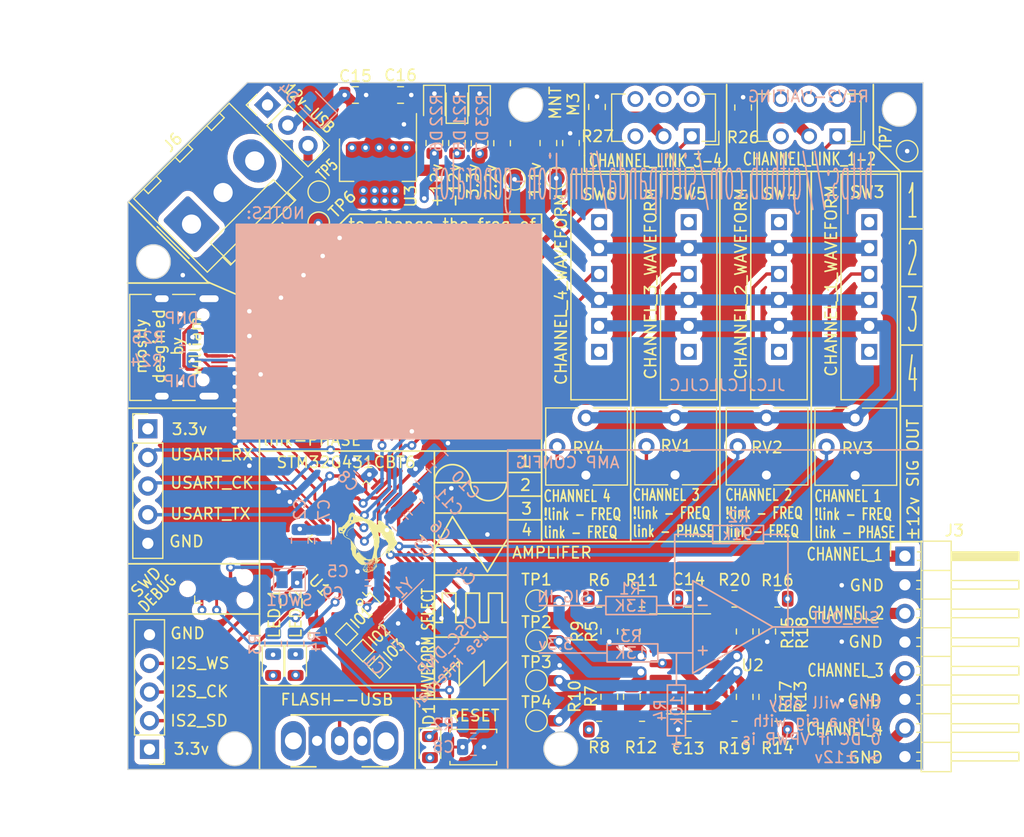
<source format=kicad_pcb>
(kicad_pcb (version 20240108) (generator "pcbnew") (generator_version "8.0")
  (layers (0 "F.Cu" signal) (1 "In1.Cu" signal) (2 "In2.Cu" signal) (31 "B.Cu" signal) (34 "B.Paste" user) (35 "F.Paste" user) (36 "B.SilkS" user "B.Silkscreen") (37 "F.SilkS" user "F.Silkscreen") (38 "B.Mask" user) (39 "F.Mask" user) (44 "Edge.Cuts" user))
  (net 0 "")
  (net 1 "+3.3V")
  (net 2 "GND")
  (net 3 "/NRST")
  (net 4 "Net-(D1-K)")
  (net 5 "+12V")
  (net 6 "-12V")
  (net 7 "Net-(D4-K)")
  (net 8 "/FUNCTION AMPLIFIER/CH1_OUT")
  (net 9 "/FUNCTION AMPLIFIER/CH2_OUT")
  (net 10 "/FUNCTION AMPLIFIER/CH3_OUT")
  (net 11 "/FUNCTION AMPLIFIER/CH4_OUT")
  (net 12 "/I2S3_WS")
  (net 13 "/SW_DIO")
  (net 14 "VBUS")
  (net 15 "/UCPD1_CC1")
  (net 16 "/USB_D+")
  (net 17 "/USB_D-")
  (net 18 "/UCPD1_CC2")
  (net 19 "/I2S3_SD")
  (net 20 "/USART3_CK")
  (net 21 "/USART3_TX")
  (net 22 "/USART3_RX")
  (net 23 "Net-(SW1-B)")
  (net 24 "/BOOT0")
  (net 25 "Net-(SW7-B)")
  (net 26 "/USER INPUT/+2.2V")
  (net 27 "/USER INPUT/+1.1V")
  (net 28 "/OPAMP1_VOUT")
  (net 29 "/DAC1_OUT1")
  (net 30 "/OPAMP3_VOUT")
  (net 31 "/DAC1_OUT2")
  (net 32 "/ADC1_IN1")
  (net 33 "/ADC2_IN3")
  (net 34 "/ADC1_IN15")
  (net 35 "/ADC1_IN5")
  (net 36 "/ADC1_IN2")
  (net 37 "/ADC2_IN4")
  (net 38 "/ADC2_IN12")
  (net 39 "/ADC2_IN15")
  (net 40 "/GPIO_IN1")
  (net 41 "/GPIO_IN2")
  (net 42 "/HSE_IN")
  (net 43 "/HSE_OUT")
  (net 44 "/debug_led1")
  (net 45 "/debug_led2")
  (net 46 "Net-(D5-K)")
  (net 47 "/SW_CLK")
  (net 48 "/GPIO_3")
  (net 49 "/GPIO_4")
  (net 50 "/GPIO_2")
  (net 51 "/GPIO_1")
  (net 52 "Net-(D2-K)")
  (net 53 "Net-(D3-K)")
  (net 54 "Net-(D4-A)")
  (net 55 "Net-(D6-A)")
  (net 56 "Net-(D7-A)")
  (net 57 "Net-(J2-SWO)")
  (net 60 "/I2S3_CK-SWO")
  (net 61 "Net-(U2A--)")
  (net 62 "Net-(U2A-+)")
  (net 63 "Net-(U2B--)")
  (net 64 "Net-(U2B-+)")
  (net 65 "Net-(U2C--)")
  (net 66 "Net-(U2C-+)")
  (net 67 "Net-(U2D--)")
  (net 68 "Net-(U2D-+)")
  (net 69 "Net-(SW8-B)")
  (footprint "Capacitor_SMD:C_0805_2012Metric" (layer "F.Cu") (at 129.499998 52.425)
    (property "Reference" "C15")
    (property "Value" "10u")
  )
  (footprint "TestPoint:TestPoint_Pad_D1.5mm" (layer "F.Cu") (at 145.55 104.370001)
    (property "Reference" "TP3")
    (property "Value" "TestPoint")
  )
  (footprint "Button_Switch_SMD:SW_Push_SPST_NO_Alps_SKRK" (layer "F.Cu") (at 139.949999 110.25 180)
    (property "Reference" "SW9" (hide yes))
    (property "Value" "SW_Push")
  )
  (footprint "switch:SLB1470" (layer "F.Cu") (at 175.039003 69.450001 180)
    (property "Reference" "SW3")
    (property "Value" "switch:SLB1470")
  )
  (footprint "Resistor_SMD:R_0805_2012Metric" (layer "F.Cu") (at 136.495 56.6875 -90)
    (property "Reference" "R22")
    (property "Value" "400")
  )
  (footprint "Connector_PinHeader_2.54mm:PinHeader_1x05_P2.54mm_Vertical" (layer "F.Cu") (at 111.1 82.025)
    (property "Reference" "J9" (hide yes))
    (property "Value" "Conn_01x05_Pin")
  )
  (footprint "Resistor_SMD:R_0805_2012Metric" (layer "F.Cu") (at 140.505 56.71 -90)
    (property "Reference" "R23")
    (property "Value" "200")
  )
  (footprint "Connector_PinHeader_2.54mm:PinHeader_1x08_P2.54mm_Horizontal" (layer "F.Cu") (at 178.2 93.32)
    (property "Reference" "J3")
    (property "Value" "Conn_01x08")
  )
  (footprint "Resistor_SMD:R_0805_2012Metric" (layer "F.Cu") (at 163.86 53.535001 90)
    (property "Reference" "R26")
    (property "Value" "1k")
  )
  (footprint "frogs:frog_smallest" (layer "F.Cu") (at 130.280968 91.818616 45)
    (property "Reference" "G***" (hide yes))
    (property "Value" "LOGO" (hide yes))
  )
  (footprint "TestPoint:TestPoint_Pad_D1.5mm" (layer "F.Cu") (at 145.55 107.920001)
    (property "Reference" "TP4")
    (property "Value" "TestPoint")
  )
  (footprint "TestPoint:TestPoint_Pad_D1.5mm" (layer "F.Cu") (at 126.25 61)
    (property "Reference" "TP5")
    (property "Value" "12V/VBUS")
  )
  (footprint "Capacitor_SMD:C_0805_2012Metric" (layer "F.Cu") (at 159 108.7 180)
    (property "Reference" "C13")
    (property "Value" "100n")
  )
  (footprint "LED_SMD:LED_0805_2012Metric" (layer "F.Cu") (at 122.2 102.9625 -90)
    (property "Reference" "D2" (hide yes))
    (property "Value" "LED")
  )
  (footprint "Connector_PinHeader_2.54mm:PinHeader_1x05_P2.54mm_Vertical" (layer "F.Cu") (at 111.25 110.45 180)
    (property "Reference" "J8" (hide yes))
    (property "Value" "Conn_01x05_Pin")
  )
  (footprint "Button_Switch_THT:SW_CuK_JS202011CQN_DPDT_Straight" (layer "F.Cu") (at 159.31 56.085001 180)
    (property "Reference" "SW8" (hide yes))
    (property "Value" "SW_SPST")
  )
  (footprint "Package_TO_SOT_SMD:SOT-223" (layer "F.Cu") (at 131.5 58.174999 -90)
    (property "Reference" "U3")
    (property "Value" "AZ1117-3.3")
  )
  (footprint "Package_QFP:LQFP-48_7x7mm_P0.5mm" (layer "F.Cu") (at 130.452893 91.75 135)
    (property "Reference" "U1")
    (property "Value" "STM32G431CBTx")
  )
  (footprint "Capacitor_SMD:C_0805_2012Metric" (layer "F.Cu") (at 159 97.1 180)
    (property "Reference" "C14")
    (property "Value" "100n")
  )
  (footprint "LED_SMD:LED_0805_2012Metric" (layer "F.Cu") (at 140.5 53.272501 -90)
    (property "Reference" "D7")
    (property "Value" "LED")
  )
  (footprint "Connector_Molex:Molex_KK-396_A-41791-0003_1x03_P3.96mm_Vertical" (layer "F.Cu") (at 114.974103 63.874389 45)
    (property "Reference" "J6")
    (property "Value" "Conn_01x03_Socket")
  )
  (footprint "Resistor_SMD:R_0805_2012Metric" (layer "F.Cu") (at 150.91 53.485001 90)
    (property "Reference" "R27")
    (property "Value" "1k")
  )
  (footprint "Connector_USB:USB_C_Receptacle_HRO_TYPE-C-31-M-12" (layer "F.Cu") (at 113.4 74.81 -90)
    (property "Reference" "J7")
    (property "Value" "USB_C_Receptacle_USB2.0")
  )
  (footprint "Resistor_SMD:R_0805_2012Metric" (layer "F.Cu") (at 166.9 108.7 180)
    (property "Reference" "R14")
    (property "Value" "13k")
  )
  (footprint "Resistor_SMD:R_0805_2012Metric" (layer "F.Cu") (at 166 100 90)
    (property "Reference" "R18")
    (property "Value" "10k")
  )
  (footprint "Resistor_SMD:R_0805_2012Metric" (layer "F.Cu") (at 152 100 90)
    (property "Reference" "R9")
    (property "Value" "10k")
  )
  (footprint "Resistor_SMD:R_0805_2012Metric" (layer "F.Cu") (at 166.899999 97.1 180)
    (property "Reference" "R16")
    (property "Value" "13k")
  )
  (footprint "Resistor_SMD:R_0805_2012Metric" (layer "F.Cu") (at 151.999999 105.8 -90)
    (property "Reference" "R10")
    (property "Value" "10k")
  )
  (footprint "LED_SMD:LED_0805_2012Metric" (layer "F.Cu") (at 136.5 53.25 -90)
    (property "Reference" "D6")
    (property "Value" "LED")
  )
  (footprint "Connector_PinHeader_2.54mm:PinHeader_1x03_P2.54mm_Vertical" (layer "F.Cu") (at 121.707898 53.307898 45)
    (property "Reference" "JP1" (hide yes))
    (property "Value" "Jumper_3_Open")
  )
  (footprint "Connector:Tag-Connect_TC2030-IDC-NL_2x03_P1.27mm_Vertical" (layer "F.Cu") (at 117.16 96.216)
    (property "Reference" "J2" (hide yes))
    (property "Value" "Conn_ARM_SWD_TagConnect_TC2030-NL")
  )
  (footprint "TestPoint:TestPoint_Pad_D1.5mm" (layer "F.Cu") (at 143.6 59.9 -90)
    (property "Reference" "2.2v1" (hide yes))
    (property "Value" "TestPoint")
  )
  (footprint "Package_SO:SOIC-14_3.9x8.7mm_P1.27mm" (layer "F.Cu") (at 159.025 102.870001)
    (property "Reference" "U2")
    (property "Value" "TL074")
  )
  (footprint "Resistor_SMD:R_0805_2012Metric" (layer "F.Cu") (at 154 105.8 -90)
    (property "Reference" "R7")
    (property "Value" "13k")
  )
  (footprint "LED_SMD:LED_0805_2012Metric" (layer "F.Cu") (at 138.5 53.25 90)
    (property "Reference" "D5")
    (property "Value" "LED")
  )
  (footprint "Resistor_SMD:R_0805_2012Metric" (layer "F.Cu") (at 154 100.000001 90)
    (property "Reference" "R5")
    (property "Value" "13k")
  )
  (footprint "switch:SLB1470" (layer "F.Cu") (at 151.1 69.45 180)
    (property "Reference" "SW6")
    (property "Value" "SW_SP4T")
  )
  (footprint "LED_SMD:LED_0805_2012Metric" (layer "F.Cu") (at 124.2 102.96 -90)
    (property "Reference" "D3" (hide yes))
    (property "Value" "LED")
  )
  (footprint "TestPoint:TestPoint_Pad_1.0x1.0mm" (layer "F.Cu") (at 131.64 103.15 45)
    (property "Reference" "J11" (hide yes))
    (property "Value" "Conn_01x01")
  )
  (footprint "Resistor_SMD:R_0805_2012Metric" (layer "F.Cu") (at 154.9 97.1)
    (property "Reference" "R11")
    (property "Value" "91k")
  )
  (footprint "Resistor_SMD:R_0805_2012Metric" (layer "F.Cu") (at 148.6 56.6875 90)
    (property "Reference" "R30" (hide yes))
    (property "Value" "10k")
  )
  (footprint "LED_SMD:LED_0805_2012Metric" (layer "F.Cu") (at 136.105075 110.252247 -90)
    (property "Reference" "D1")
    (property "Value" "LED")
  )
  (footprint "TestPoint:TestPoint_Pad_1.0x1.0mm" (layer "F.Cu") (at 128.71 100.23 45)
    (property "Reference" "J10" (hide yes))
    (property "Value" "Conn_01x01")
  )
  (footprint "TestPoint:TestPoint_Pad_D1.5mm" (layer "F.Cu") (at 126.25 63.75)
    (property "Reference" "TP6")
    (property "Value" "3.3V")
  )
  (footprint "Resistor_SMD:R_0805_2012Metric" (layer "F.Cu") (at 151.1 97.1)
    (property "Reference" "R6")
    (property "Value" "13k")
  )
  (footprint "Resistor_SMD:R_0805_2012Metric" (layer "F.Cu") (at 142.5 56.7 -90)
    (property "Reference" "R28" (hide yes))
    (property "Value" "10k")
  )
  (footprint "TestPoint:TestPoint_Pad_D1.5mm" (layer "F.Cu") (at 145.55 97.270001)
    (property "Reference" "TP1")
    (property "Value" "TestPoint")
  )
  (footprint "TestPoint:TestPoint_Pad_D1.5mm" (layer "F.Cu") (at 145.55 100.820001)
    (property "Reference" "TP2")
    (property "Value" "TestPoint")
  )
  (footprint "Potentiometer_THT:Potentiometer_Vishay_T73YP_Vertical" (layer "F.Cu") (at 157.829003 81.033001 180)
    (property "Reference" "RV1")
    (property "Value" "10k")
  )
  (footprint "TestPoint:TestPoint_Pad_D1.5mm" (layer "F.Cu") (at 178.4 57.4)
    (property "Reference" "TP7")
    (property "Value" "GND")
  )
  (footprint "switch:SLB1470" (layer "F.Cu") (at 167.039003 69.450001 180)
    (property "Reference" "SW4")
    (property "Value" "SW_SP4T")
  )
  (footprint "Resistor_SMD:R_0805_2012Metric" (layer "F.Cu") (at 164 100 90)
    (property "Reference" "R15")
    (property "Value" "13k")
  )
  (footprint "Resistor_SMD:R_0805_2012Metric" (layer "F.Cu") (at 163.1 97.1 180)
    (property "Reference" "R20")
    (property "Value" "91k")
  )
  (footprint "TestPoint:TestPoint_Pad_D1.5mm" (layer "F.Cu") (at 147.3 59.8 -90)
    (property "Reference" "1.1v1" (hide yes))
    (property "Value" "TestPoint")
  )
  (footprint "Resistor_SMD:R_0805_2012Metric" (layer "F.Cu") (at 164 105.8 -90)
    (property "Reference" "R13")
    (property "Value" "13k")
  )
  (footprint "Resistor_SMD:R_0805_2012Metric" (layer "F.Cu") (at 166 105.8 -90)
    (property "Reference" "R17")
    (property "Value" "10k")
  )
  (footprint "Resistor_SMD:R_0805_2012Metric" (layer "F.Cu") (at 146.6 56.6875 -90)
    (property "Reference" "R29" (hide yes))
    (property "Value" "10k")
  )
  (footprint "Resistor_SMD:R_0805_2012Metric" (layer "F.Cu") (at 151.1 108.7)
    (property "Reference" "R8")
    (property "Value" "13k")
  )
  (footprint "switch:SLB1470" (layer "F.Cu") (at 159.039003 69.450001 180)
    (property "Reference" "SW5")
    (property "Value" "SW_SP4T")
  )
  (footprint "Resistor_SMD:R_0805_2012Metric" (layer "F.Cu") (at 138.505 56.6875 -90)
    (property "Reference" "R21")
    (property "Value" "400")
  )
  (footprint "Resistor_SMD:R_0805_2012Metric" (layer "F.Cu") (at 126.19 100.05 100)
    (property "Reference" "R1" (hide yes))
    (property "Value" "10k")
  )
  (footprint "Capacitor_SMD:C_0805_2012Metric" (layer "F.Cu") (at 133.500001 52.424999)
    (property "Reference" "C16")
    (property "Value" "22u")
  )
  (footprint "Resistor_SMD:R_0805_2012Metric" (layer "F.Cu") (at 154.9 108.700001)
    (property "Reference" "R12")
    (property "Value" "91k")
  )
  (footprint "TestPoint:TestPoint_Pad_1.0x1.0mm" (layer "F.Cu") (at 130.17 101.69 45)
    (property "Reference" "J1" (hide yes))
    (property "Value" "Conn_01x01")
  )
  (footprint "Button_Switch_THT:SW_CuK_JS202011CQN_DPDT_Straight" (layer "F.Cu") (at 172.210001 56.085001 180)
    (property "Reference" "SW7" (hide yes))
    (property "Value" "SW_SPST")
  )
  (footprint "Potentiometer_THT:Potentiometer_Vishay_T73YP_Vertical" (layer "F.Cu") (at 173.789003 81.073001 180)
    (property "Reference" "RV3")
    (property "Value" "10k")
  )
  (footprint "Potentiometer_THT:Potentiometer_Vishay_T73YP_Vertical" (layer "F.Cu") (at 149.925 81.055 180)
    (property "Reference" "RV4")
    (property "Value" "10k")
  )
  (footprint "Resistor_SMD:R_0805_2012Metric" (layer "F.Cu") (at 163.1 108.7 180)
    (property "Reference" "R19")
    (property "Value" "91k")
  )
  (footprint "Potentiometer_THT:Potentiometer_Vishay_T73YP_Vertical" (layer "F.Cu") (at 165.925 81.048001 180)
    (property "Reference" "RV2")
    (property "Value" "10k")
  )
  (footprint "Button_Switch_THT:SW_CuK_OS102011MA1QN1_SPDT_Angled" (layer "F.Cu") (at 126.1 109.7)
    (property "Reference" "SW1" (hide yes))
    (property "Value" "SW_SPDT")
  )
  (footprint "Resistor_SMD:R_0805_2012Metric" (layer "B.Cu") (at 139.95 108.275)
    (property "Reference" "R2")
    (property "Value" "500")
  )
  (footprint "Resistor_SMD:R_0805_2012Metric" (layer "B.Cu") (at 114.142813 75.934033 180)
    (property "Reference" "R24")
    (property "Value" "5.1k")
  )
  (footprint "Capacitor_SMD:C_0805_2012Metric" (layer "B.Cu") (at 132.34 101.75 -45)
    (property "Reference" "C1")
    (property "Value" "c")
  )
  (footprint "Resistor_SMD:R_0805_2012Metric" (layer "B.Cu") (at 124.2 101.09 90)
    (property "Reference" "R4")
    (property "Value" "500")
  )
  (footprint "Capacitor_SMD:C_0805_2012Metric" (layer "B.Cu") (at 126.617893 91.96 -90)
    (property "Reference" "C7")
    (property "Value" "100n")
  )
  (footprint "Crystal:Crystal_SMD_SeikoEpson_FA238V-4Pin_3.2x2.5mm_HandSoldering" (layer "B.Cu") (at 135.24 99.05 45)
    (property "Reference" "Y1")
    (property "Value" "Crystal_GND24")
  )
  (footprint "Capacitor_SMD:C_0805_2012Metric" (layer "B.Cu") (at 134.878858 88.964645 -45)
    (property "Reference" "C6")
    (property "Value" "100n")
  )
  (footprint "Capacitor_SMD:C_0805_2012Metric" (layer "B.Cu") (at 135.499999 86.25 -45)
    (property "Reference" "C11")
    (property "Value" "1u")
  )
  (footprint "Capacitor_SMD:C_0805_2012Metric" (layer "B.Cu") (at 137 84.75 -45)
    (property "Reference" "C10")
    (property "Value" "10n")
  )
  (footprint "Resistor_SMD:R_0805_2012Metric" (layer "B.Cu") (at 114.149884 73.890494 180)
    (property "Reference" "R25")
    (property "Value" "5.1k")
  )
  (footprint "Jumper:SolderJumper-2_P1.3mm_Open_Pad1.0x1.5mm" (layer "B.Cu") (at 123.65 95.41)
    (property "Reference" "SWO1")
    (property "Value" "Jumper_2_Open")
  )
  (footprint "Capacitor_SMD:C_0805_2012Metric" (layer "B.Cu") (at 124.567894 91.91 -90)
    (property "Reference" "C2")
    (property "Value" "4.7u")
  )
  (footprint "Capacitor_SMD:C_0805_2012Metric" (layer "B.Cu") (at 133.464644 90.378858 -45)
    (property "Reference" "C3")
    (property "Value" "1u")
  )
  (footprint "Diode_SMD:D_0805_2012Metric" (layer "B.Cu") (at 126 53.5 135)
    (property "Reference" "D4")
    (property "Value" "D_Schottky")
  )
  (footprint "Resistor_SMD:R_0805_2012Metric" (layer "B.Cu") (at 122.21 101.09 90)
    (property "Reference" "R3")
    (property "Value" "500")
  )
  (footprint "Capacitor_SMD:C_0805_2012Metric" (layer "B.Cu") (at 138.04 96.25 135)
    (property "Reference" "C4")
    (property "Value" "c")
  )
  (footprint "Capacitor_SMD:C_0805_2012Metric" (layer "B.Cu") (at 130.631503 94.685942 180)
    (property "Reference" "C5")
    (property "Value" "100n")
  )
  (footprint "Capacitor_SMD:C_0805_2012Metric" (layer "B.Cu") (at 130.611993 96.696212 180)
    (property "Reference" "C9")
    (property "Value" "100n")
  )
  (footprint "Capacitor_SMD:C_0805_2012Metric" (layer "B.Cu") (at 139.949999 110.25 180)
    (property "Reference" "C8")
    (property "Value" "100n")
  )
  (footprint "Capacitor_SMD:C_0805_2012Metric" (layer "B.Cu") (at 130.067895 85.41 135)
    (property "Reference" "C8")
    (property "Value" "100n")
  )
  (gr_line (start 157.95 109.25) (end 157.95 109.94) (stroke (width 0.15)) (layer "B.SilkS"))
  (gr_line (start 165.665 91.4) (end 167.83 91.4) (stroke (width 0.15)) (layer "B.SilkS"))
  (gr_line (start 157.87 110.47) (end 157.98 110.47) (stroke (width 0.15)) (layer "B.SilkS"))
  (gr_poly (pts (xy 118.95 63.9) (xy 145.95 63.9) (xy 145.95 82.9) (xy 118.95 82.9)) (stroke (width 0.15)) (fill solid) (layer "B.SilkS"))
  (gr_line (start 159.4 103.7) (end 166.5 99.6) (stroke (width 0.15)) (layer "B.SilkS"))
  (gr_line (start 143 83.9) (end 143 112.1) (stroke (width 0.15)) (layer "B.SilkS"))
  (gr_rect (start 151.8 101.1) (end 156.3 102.7) (stroke (width 0.15)) (fill none) (layer "B.SilkS"))
  (gr_line (start 151.78 101.91) (end 145.8 101.91) (stroke (width 0.15)) (layer "B.SilkS"))
  (gr_rect (start 151.7 96.9) (end 156.2 98.5) (stroke (width 0.15)) (fill none) (layer "B.SilkS"))
  (gr_line (start 161.165 91.4) (end 157.8 91.4) (stroke (width 0.15)) (layer "B.SilkS"))
  (gr_rect (start 161.165 90.6) (end 165.665 92.2) (stroke (width 0.15)) (fill none) (layer "B.SilkS"))
  (gr_line (start 166.5 99.6) (end 175.81 99.6) (stroke (width 0.15)) (layer "B.SilkS"))
  (gr_line (start 157.8 97.7) (end 157.8 91.4) (stroke (width 0.15)) (layer "B.SilkS"))
  (gr_line (start 157.95 104.75) (end 157.95 101.9) (stroke (width 0.15)) (layer "B.SilkS"))
  (gr_line (start 157.72 110.23) (end 158.14 110.23) (stroke (width 0.15)) (layer "B.SilkS"))
  (gr_line (start 156.2 97.7) (end 159.4 97.7) (stroke (width 0.15)) (layer "B.SilkS"))
  (gr_line (start 167.83 91.4) (end 167.83 99.58) (stroke (width 0.15)) (layer "B.SilkS"))
  (gr_line (start 157.59 109.99) (end 158.28 109.99) (stroke (width 0.15)) (layer "B.SilkS"))
  (gr_line (start 151.7 97.7) (end 145.8 97.7) (stroke (width 0.15)) (layer "B.SilkS"))
  (gr_line (start 143 83.9) (end 179.7 83.9) (stroke (width 0.15)) (layer "B.SilkS"))
  (gr_line (start 159.4 95.5) (end 166.5 99.6) (stroke (width 0.15)) (layer "B.SilkS"))
  (gr_line (start 159.4 95.5) (end 159.4 103.7) (stroke (width 0.15)) (layer "B.SilkS"))
  (gr_rect (start 157.15 104.75) (end 158.75 109.25) (stroke (width 0.15)) (fill none) (layer "B.SilkS"))
  (gr_line (start 156.3 101.9) (end 159.3 101.9) (stroke (width 0.15)) (layer "B.SilkS"))
  (gr_line (start 136.5 84.05) (end 136.5 106) (stroke (width 0.15)) (layer "F.SilkS"))
  (gr_line (start 143 90.1) (end 146 90.1) (stroke (width 0.15)) (layer "F.SilkS"))
  (gr_line (start 136.5 106) (end 143 106) (stroke (width 0.15)) (layer "F.SilkS"))
  (gr_line (start 153.9 92) (end 153.9 59.2) (stroke (width 0.15)) (layer "F.SilkS"))
  (gr_line (start 121 84) (end 121 98) (stroke (width 0.15)) (layer "F.SilkS"))
  (gr_line (start 177.8 59.2) (end 175.4 56.8) (stroke (width 0.15)) (layer "F.SilkS"))
  (gr_line (start 141.2 94.7) (end 138.1 89.8) (stroke (width 0.15)) (layer "F.SilkS"))
  (gr_line (start 109.33 98.45) (end 121 98.45) (stroke (width 0.15)) (layer "F.SilkS"))
  (gr_line (start 179.31 92.035001) (end 143 92.035001) (stroke (width 0.15)) (layer "F.SilkS"))
  (gr_line (start 136.5 86.8) (end 143 86.8) (stroke (width 0.15)) (layer "F.SilkS"))
  (gr_line (start 162.4 58.6) (end 162.4 51.5) (stroke (width 0.15)) (layer "F.SilkS"))
  (gr_line (start 136.55 92.6) (end 138.1 89.8) (stroke (width 0.15)) (layer "F.SilkS"))
  (gr_line (start 169.9 59.2) (end 169.9 92) (stroke (width 0.15)) (layer "F.SilkS"))
  (gr_line (start 138.7 104.8) (end 140.9 102.6) (stroke (width 0.15)) (layer "F.SilkS"))
  (gr_line (start 177.8 59.2) (end 177.8 92) (stroke (width 0.15)) (layer "F.SilkS"))
  (gr_line (start 138.4 96.6) (end 138.4 99.2) (stroke (width 0.15)) (layer "F.SilkS"))
  (gr_line (start 149.8 57.8) (end 149.8 51.4) (stroke (width 0.15)) (layer "F.SilkS"))
  (gr_line (start 121 80.2) (end 109.4 80.2) (stroke (width 0.15)) (layer "F.SilkS"))
  (gr_line (start 146 88) (end 143.05 88) (stroke (width 0.15)) (layer "F.SilkS"))
  (gr_line (start 121 84) (end 146 84) (stroke (width 0.15)) (layer "F.SilkS"))
  (gr_line (start 143 92.035001) (end 143 112.035001) (stroke (width 0.15)) (layer "F.SilkS"))
  (gr_line (start 136.5 92.4) (end 143 92.4) (stroke (width 0.15)) (layer "F.SilkS"))
  (gr_line (start 109.33 94) (end 121 94) (stroke (width 0.15)) (layer "F.SilkS"))
  (gr_line (start 136.5 100.5) (end 143 100.5) (stroke (width 0.15)) (layer "F.SilkS"))
  (gr_line (start 137.2 96.6) (end 138.4 96.6) (stroke (width 0.15)) (layer "F.SilkS"))
  (gr_line (start 121 104.8) (end 121 112.2) (stroke (width 0.15)) (layer "F.SilkS"))
  (gr_line (start 116.4 69) (end 121 71) (stroke (width 0.15)) (layer "F.SilkS"))
  (gr_line (start 137.2 99.2) (end 136.5 99.2) (stroke (width 0.15)) (layer "F.SilkS"))
  (gr_line (start 177.85 74.6) (end 179.75 74.6) (stroke (width 0.15)) (layer "F.SilkS"))
  (gr_line (start 121 84) (end 121 71) (stroke (width 0.15)) (layer "F.SilkS"))
  (gr_line (start 177.8 64.3) (end 179.7 64.3) (stroke (width 0.15)) (layer "F.SilkS"))
  (gr_line (start 179.31 92.035001) (end 179.76 92.035001) (stroke (width 0.15)) (layer "F.SilkS"))
  (gr_line (start 149.8 59.2) (end 149.8 57.8) (stroke (width 0.15)) (layer "F.SilkS"))
  (gr_line (start 175.4 56.8) (end 175.4 51.5) (stroke (width 0.15)) (layer "F.SilkS"))
  (gr_line (start 146 63) (end 129 63) (stroke (width 0.15)) (layer "F.SilkS"))
  (gr_line (start 143 85.9) (end 146 85.9) (stroke (width 0.15)) (layer "F.SilkS"))
  (gr_line (start 140.9 102.6) (end 140.9 104.8) (stroke (width 0.15)) (layer "F.SilkS"))
  (gr_line (start 140.9 104.8) (end 143 102.6) (stroke (width 0.15)) (layer "F.SilkS"))
  (gr_line (start 146 92) (end 146 63) (stroke (width 0.15)) (layer "F.SilkS"))
  (gr_line (start 140.5 99.2) (end 141.3 99.2) (stroke (width 0.15)) (layer "F.SilkS"))
  (gr_line (start 161.8 59.2) (end 162.4 58.6) (stroke (width 0.15)) (layer "F.SilkS"))
  (gr_line (start 143 92.035001) (end 143 84) (stroke (width 0.15)) (layer "F.SilkS"))
  (gr_line (start 161.8 92.1) (end 161.8 59.2) (stroke (width 0.15)) (layer "F.SilkS"))
  (gr_line (start 116.6 69.1) (end 109.3 69.1) (stroke (width 0.15)) (layer "F.SilkS"))
  (gr_line (start 136.5 95) (end 136.5 100.5) (stroke (width 0.15)) (layer "F.SilkS"))
  (gr_line (start 129 63) (end 121 71) (stroke (width 0.15)) (layer "F.SilkS"))
  (gr_line (start 136.5 95) (end 143 95) (stroke (width 0.15)) (layer "F.SilkS"))
  (gr_line (start 179.7 59.2) (end 149.8 59.2) (stroke (width 0.15)) (layer "F.SilkS"))
  (gr_line (start 138.4 99.2) (end 139.3 99.2) (stroke (width 0.15)) (layer "F.SilkS"))
  (gr_line (start 137.2 99.2) (end 137.2 96.6) (stroke (width 0.15)) (layer "F.SilkS"))
  (gr_line (start 121 104.8) (end 134.8 104.8) (stroke (width 0.15)) (layer "F.SilkS"))
  (gr_line (start 138.7 102.6) (end 138.7 104.8) (stroke (width 0.15)) (layer "F.SilkS"))
  (gr_line (start 121 98) (end 121 104.8) (stroke (width 0.15)) (layer "F.SilkS"))
  (gr_arc (start 136.5 86.8) (mid 138.1 85.2) (end 139.7 86.8) (stroke (width 0.15)) (layer "F.SilkS"))
  (gr_line (start 140.5 96.6) (end 140.5 99.2) (stroke (width 0.15)) (layer "F.SilkS"))
  (gr_line (start 141.3 96.6) (end 142.5 96.6) (stroke (width 0.15)) (layer "F.SilkS"))
  (gr_line (start 139.3 99.2) (end 139.3 96.6) (stroke (width 0.15)) (layer "F.SilkS"))
  (gr_line (start 143 95) (end 143 89.5) (stroke (width 0.15)) (layer "F.SilkS"))
  (gr_line (start 177.8 80) (end 179.7 80) (stroke (width 0.15)) (layer "F.SilkS"))
  (gr_line (start 177.8 69.4) (end 179.7 69.4) (stroke (width 0.15)) (layer "F.SilkS"))
  (gr_circle (center 129.88 97.4) (end 130.15 97.46) (stroke (width 0.15)) (fill none) (layer "F.SilkS"))
  (gr_line (start 136.5 106) (end 134.8 106) (stroke (width 0.15)) (layer "F.SilkS"))
  (gr_line (start 143 99.2) (end 142.5 99.2) (stroke (width 0.15)) (layer "F.SilkS"))
  (gr_line (start 142.5 96.6) (end 142.5 99.2) (stroke (width 0.15)) (layer "F.SilkS"))
  (gr_line (start 139.3 96.6) (end 140.5 96.6) (stroke (width 0.15)) (layer "F.SilkS"))
  (gr_line (start 143 89.5) (end 136.5 89.5) (stroke (width 0.15)) (layer "F.SilkS"))
  (gr_line (start 141.3 99.2) (end 141.3 96.6) (stroke (width 0.15)) (layer "F.SilkS"))
  (gr_line (start 136.5 104.8) (end 138.7 102.6) (stroke (width 0.15)) (layer "F.SilkS"))
  (gr_arc (start 142.9 86.8) (mid 141.3 88.4) (end 139.7 86.8) (stroke (width 0.15)) (layer "F.SilkS"))
  (gr_line (start 109.4 61.9) (end 116.5 69.1) (stroke (width 0.15)) (layer "F.SilkS"))
  (gr_line (start 134.8 104.8) (end 134.8 112.2) (stroke (width 0.15)) (layer "F.SilkS"))
  (gr_line (start 141.2 94.7) (end 142.925 91.875) (stroke (width 0.15)) (layer "F.SilkS"))
  (gr_line (start 179.81 112.235001) (end 179.81 51.335001) (stroke (width 0.1)) (layer "Edge.Cuts"))
  (gr_line (start 119.924624 51.325001) (end 179.81 51.335001) (stroke (width 0.1)) (layer "Edge.Cuts"))
  (gr_circle (center 118.8 110.4) (end 120.3 110.4) (stroke (width 0.1)) (fill none) (layer "Edge.Cuts"))
  (gr_circle (center 177.7 53.7) (end 179.2 53.7) (stroke (width 0.1)) (fill none) (layer "Edge.Cuts"))
  (gr_line (start 109.324624 67.125001) (end 109.324624 112.235001) (stroke (width 0.1)) (layer "Edge.Cuts"))
  (gr_circle (center 144.6 53.3) (end 146.1 53.3) (stroke (width 0.1)) (fill none) (layer "Edge.Cuts"))
  (gr_line (start 119.724624 51.525001) (end 119.924624 51.325001) (stroke (width 0.1)) (layer "Edge.Cuts"))
  (gr_circle (center 111.6 67.2) (end 113.1 67.2) (stroke (width 0.1)) (fill none) (layer "Edge.Cuts"))
  (gr_line (start 119.724624 51.525001) (end 109.324624 61.925001) (stroke (width 0.1)) (layer "Edge.Cuts"))
  (gr_line (start 179.81 112.235001) (end 109.324624 112.235001) (stroke (width 0.1)) (layer "Edge.Cuts"))
  (gr_circle (center 147.7 110.4) (end 149.2 110.4) (stroke (width 0.1)) (fill none) (layer "Edge.Cuts"))
  (gr_line (start 109.324624 67.125001) (end 109.324624 61.925001) (stroke (width 0.1)) (layer "Edge.Cuts"))
  (gr_text "DNP" (at 115.6 78.4 0) (layer "B.SilkS") (effects (font (size 1 1)) (justify left bottom mirror)))
  (gr_text "NOTES:" (at 125.11 63.49 0) (layer "B.SilkS") (effects (font (size 1 1)) (justify left bottom mirror)))
  (gr_text "AMP CONFIG" (at 153 85.6 0) (layer "B.SilkS") (effects (font (size 1 1)) (justify left bottom mirror)))
  (gr_text "REV2-WAITING" (at 175.11 53.14 0) (layer "B.SilkS") (effects (font (size 1 1)) (justify left bottom mirror)))
  (gr_text "-" (at 161 98.2 0) (layer "B.SilkS") (effects (font (size 1 1)) (justify left bottom mirror)))
  (gr_text "DNP" (at 115.7 72.8 0) (layer "B.SilkS") (effects (font (size 1 1)) (justify left bottom mirror)))
  (gr_text "JLCJLCJLCJLC" (at 167.7 78.75 0) (layer "B.SilkS") (effects (font (size 1 1)) (justify left bottom mirror)))
  (gr_text "R1" (at 154.9 96.8 0) (layer "B.SilkS") (effects (font (size 1 1)) (justify left bottom mirror)))
  (gr_text "SIG_IN" (at 145.5 97.5 0) (layer "B.SilkS") (effects (font (size 1 1)) (justify right bottom mirror)))
  (gr_text "R3" (at 155 101 0) (layer "B.SilkS") (effects (font (size 1 1)) (justify left bottom mirror)))
  (gr_text "91k" (at 164.83 91.96 0) (layer "B.SilkS") (effects (font (size 1 1)) (justify left bottom mirror)))
  (gr_text "10k" (at 158.56 105.54 90) (layer "B.SilkS") (effects (font (size 1 1)) (justify left bottom mirror)))
  (gr_text "3.3v" (at 145.6 101.7 0) (layer "B.SilkS") (effects (font (size 1 1)) (justify right bottom mirror)))
  (gr_text "13K" (at 155.45 98.31 0) (layer "B.SilkS") (effects (font (size 1 1)) (justify left bottom mirror)))
  (gr_text "OSC_DNP\nuse internal" (at 141.67 100.37 45) (layer "B.SilkS") (effects (font (size 1 1)) (justify left bottom mirror)))
  (gr_text "SIG_OUT" (at 169.82 99.38 0) (layer "B.SilkS") (effects (font (size 1 1)) (justify right bottom mirror)))
  (gr_text "R2" (at 164.5 90.4 0) (layer "B.SilkS") (effects (font (size 1 1)) (justify left bottom mirror)))
  (gr_text "+" (at 161 102.2 0) (layer "B.SilkS") (effects (font (size 1 1)) (justify left bottom mirror)))
  (gr_text "13K" (at 155.48 102.5 0) (layer "B.SilkS") (effects (font (size 1 1)) (justify left bottom mirror)))
  (gr_text "this will only\ngive a sig with\n0 DC if VPWR is\n> ±12v" (at 176.18 111.74 0) (layer "B.SilkS") (effects (font (size 1 1)) (justify left bottom mirror)))
  (gr_text "https://github.com/sirlilpanda/function-generator" (at 175.516129 62.111542 0) (layer "B.SilkS") (effects (font (size 4 1)) (justify left bottom mirror)))
  (gr_text "R4" (at 157.1 105.9 90) (layer "B.SilkS") (effects (font (size 1 1)) (justify left bottom mirror)))
  (gr_text "USART_CK" (at 113 87.4 0) (layer "F.SilkS") (effects (font (size 1 1)) (justify left bottom)))
  (gr_text "IO2" (at 131.268075 101.496654 45) (layer "F.SilkS") (effects (font (size 1 0.8)) (justify left bottom)))
  (gr_text "1" (at 178.3 63.6 0) (layer "F.SilkS") (effects (font (size 3 1)) (justify left bottom)))
  (gr_text "CHANNEL_4_WAVEFORM" (at 148.314997 78.249999 90) (layer "F.SilkS") (effects (font (size 1 1)) (justify left bottom)))
  (gr_text "MNT" (at 147.8 54.7 90) (layer "F.SilkS") (effects (font (size 1 1)) (justify left bottom)))
  (gr_text "3" (at 178.3 73.7 0) (layer "F.SilkS") (effects (font (size 3 1)) (justify left bottom)))
  (gr_text "LED_1" (at 122.9 100.7 90) (layer "F.SilkS") (effects (font (size 1 1)) (justify left bottom)))
  (gr_text "2" (at 144 87.6 0) (layer "F.SilkS") (effects (font (size 1 1)) (justify left bottom)))
  (gr_text "GND" (at 113 100.75 0) (layer "F.SilkS") (effects (font (size 1 1)) (justify left bottom)))
  (gr_text "CHANNEL_LINK_1-2" (at 163.75 58.75 0) (layer "F.SilkS") (effects (font (size 1.1 0.8)) (justify left bottom)))
  (gr_text "WAVEFORM SELECT" (at 136.5 106 90) (layer "F.SilkS") (effects (font (size 1 0.7)) (justify left bottom)))
  (gr_text "1.1v" (at 146 61.6 90) (layer "F.SilkS") (effects (font (size 1 1)) (justify left bottom)))
  (gr_text "GND" (at 173.11 111.76 0) (layer "F.SilkS") (effects (font (size 1 1)) (justify left bottom)))
  (gr_text "SIG OUT" (at 179.5 87.3 90) (layer "F.SilkS") (effects (font (size 1 1)) (justify left bottom)))
  (gr_text "USART_RX" (at 113 84.9 0) (layer "F.SilkS") (effects (font (size 1 1)) (justify left bottom)))
  (gr_text "3.3v" (at 113.3 111 0) (layer "F.SilkS") (effects (font (size 1 1)) (justify left bottom)))
  (gr_text "LED_2" (at 124.8 100.7 90) (layer "F.SilkS") (effects (font (size 1 1)) (justify left bottom)))
  (gr_text "4" (at 178.3 79 0) (layer "F.SilkS") (effects (font (size 3 1)) (justify left bottom)))
  (gr_text "STM32G431CBT6" (at 122.41 85.58 0) (layer "F.SilkS") (effects (font (size 1 1)) (justify left bottom)))
  (gr_text "AMPLIFER" (at 143.3 93.6 0) (layer "F.SilkS") (effects (font (size 1 1)) (justify left bottom)))
  (gr_text "CHANNEL_LINK_3-4" (at 150.1 58.9 0) (layer "F.SilkS") (effects (font (size 1.1 0.8)) (justify left bottom)))
  (gr_text "FLASH--USB" (at 122.77 106.63 0) (layer "F.SilkS") (effects (font (size 1 1)) (justify left bottom)))
  (gr_text "CHANNEL 2 \n!link - FREQ\nlink - FREQ" (at 162.2 91.7 0) (layer "F.SilkS") (effects (font (size 1 0.7)) (justify left bottom)))
  (gr_text "CHANNEL 4 \n!link - FREQ\nlink - FREQ" (at 146.1 91.8 0) (layer "F.SilkS") (effects (font (size 1 0.7)) (justify left bottom)))
  (gr_text "channel linking allows 2 output\nchannels to be link together\nthey share the same frequency \nbut can have differnt phases.\nto change the freq use the pot\nmarked link-FREQ and change\nthe phase use the pot marked\nlink-PHASE" (at 121.2 83.6 0) (layer "F.SilkS") (effects (font (size 1 1)) (justify left bottom)))
  (gr_text "mostly\ndesgined\nby\nwilliam" (at 115.9 74.7 90) (layer "F.SilkS") (effects (font (size 1 1)) (justify bottom)))
  (gr_text "CHANNEL_4" (at 169.4 109.31 0) (layer "F.SilkS") (effects (font (size 1.1 0.8)) (justify left bottom)))
  (gr_text "CHANNEL_3" (at 169.47 104.09 0) (layer "F.SilkS") (effects (font (size 1.1 0.8)) (justify left bottom)))
  (gr_text "IS2_SD" (at 113 108.5 0) (layer "F.SilkS") (effects (font (size 1 1)) (justify left bottom)))
  (gr_text "±12v" (at 179.535 92.035001 90) (layer "F.SilkS") (effects (font (size 1 1)) (justify left bottom)))
  (gr_text "+12v" (at 119.2 67.1 -45) (layer "F.SilkS") (effects (font (size 1.3 1)) (justify left bottom)))
  (gr_text "GND" (at 121.4 65.9 -45) (layer "F.SilkS") (effects (font (size 1.2 1)) (justify left bottom)))
  (gr_text "RESET" (at 137.64 108.04 0) (layer "F.SilkS") (effects (font (size 1 1)) (justify left bottom)))
  (gr_text "CHANNEL_3_WAVEFORM" (at 156.25 77.75 90) (layer "F.SilkS") (effects (font (size 1 1)) (justify left bottom)))
  (gr_text "+12v\n-12v\n 3.3v" (at 140.5 62.5 90) (layer "F.SilkS") (effects (font (size 1 1)) (justify left bottom)))
  (gr_text "GND" (at 173.2 96.5 0) (layer "F.SilkS") (effects (font (size 1 1)) (justify left bottom)))
  (gr_text "GND" (at 173 106.7 0) (layer "F.SilkS") (effects (font (size 1 1)) (justify left bottom)))
  (gr_text "CHANNEL_2" (at 169.52 99.02 0) (layer "F.SilkS") (effects (font (size 1.1 0.8)) (justify left bottom)))
  (gr_text "3" (at 144.1 89.7 0) (layer "F.SilkS") (effects (font (size 1 1)) (justify left bottom)))
  (gr_text "I2S_CK" (at 113 105.9 0) (layer "F.SilkS") (effects (font (size 1 1)) (justify left bottom)))
  (gr_text "1" (at 144 85.5 0) (layer "F.SilkS") (effects (font (size 1 1)) (justify left bottom)))
  (gr_text "SWD" (at 110.2 97.2 45) (layer "F.SilkS") (effects (font (size 1 1)) (justify left bottom)))
  (gr_text "2" (at 178.3 68.7 0) (layer "F.SilkS") (effects (font (size 3 1)) (justify left bottom)))
  (gr_text "DEBUG" (at 110.9 98.5 45) (layer "F.SilkS") (effects (font (size 1 0.8)) (justify left bottom)))
  (gr_text "USART_TX" (at 113 90.15 0) (layer "F.SilkS") (effects (font (size 1 1)) (justify left bottom)))
  (gr_text "IO1" (at 129.69 99.94 45) (layer "F.SilkS") (effects (font (size 1 0.8)) (justify left bottom)))
  (gr_text "to change the wave form \nuse the slide switch " (at 146.8 70.8 0) (layer "F.SilkS") (effects (font (size 1 1)) (justify right bottom)))
  (gr_text "I2S_WS" (at 113 103.4 0) (layer "F.SilkS") (effects (font (size 1 1)) (justify left bottom)))
  (gr_text "CHANNEL_2_WAVEFORM" (at 164.25 77.75 90) (layer "F.SilkS") (effects (font (size 1 1)) (justify left bottom)))
  (gr_text "4" (at 144.1 91.6 0) (layer "F.SilkS") (effects (font (size 1 1)) (justify left bottom)))
  (gr_text "IO3" (at 132.6 102.83 45) (layer "F.SilkS") (effects (font (size 1 0.8)) (justify left bottom)))
  (gr_text "to change the freq of\na channel use the pot\nmarked !link - FREQ" (at 145.6 67.7 0) (layer "F.SilkS") (effects (font (size 1 1)) (justify right bottom)))
  (gr_text "M3" (at 149.4 54.4 90) (layer "F.SilkS") (effects (font (size 1 1)) (justify left bottom)))
  (gr_text "12v-USB\n" (at 123 52 315) (layer "F.SilkS") (effects (font (size 1 0.8)) (justify left bottom)))
  (gr_text "CHANNEL_1" (at 169.4 93.8 0) (layer "F.SilkS") (effects (font (size 1.1 0.8)) (justify left bottom)))
  (gr_text "-12v" (at 122.3 64 315) (layer "F.SilkS") (effects (font (size 1.3 1)) (justify left bottom)))
  (gr_text "CHANNEL 3 \n!link - FREQ\nlink - PHASE" (at 154 91.7 0) (layer "F.SilkS") (effects (font (size 1 0.7)) (justify left bottom)))
  (gr_text "2.2v" (at 142.098179 61.794677 90) (layer "F.SilkS") (effects (font (size 1 1)) (justify left bottom)))
  (gr_text "CHANNEL_1_WAVEFORM" (at 172.25 77.5 90) (layer "F.SilkS") (effects (font (size 1 1)) (justify left bottom)))
  (gr_text "CHANNEL 1 \n!link - FREQ\nlink - PHASE" (at 170.1 91.8 0) (layer "F.SilkS") (effects (font (size 1 0.7)) (justify left bottom)))
  (gr_text "GND" (at 112.9 92.6 0) (layer "F.SilkS") (effects (font (size 1 1)) (justify left bottom)))
  (gr_text "3.3v" (at 113.13 82.65 0) (layer "F.SilkS") (effects (font (size 1 1)) (justify left bottom)))
  (gr_text "GND" (at 173.1 101.5 0) (layer "F.SilkS") (effects (font (size 1 1)) (justify left bottom)))
  (segment (start 131.451681 86.862124) (end 131.451683 86.793789) (width 0.25) (layer "F.Cu") (net 1))
  (segment (start 131.924998 60.9) (end 132.1 61.8) (width 1) (layer "F.Cu") (net 1))
  (segment (start 131.2 60.9) (end 131.924998 60.9) (width 1) (layer "F.Cu") (net 1))
  (segment (start 140.505 58.135) (end 140.505 57.6225) (width 1) (layer "F.Cu") (net 1))
  (segment (start 131.5 61.324998) (end 131.2 61.624998) (width 1) (layer "F.Cu") (net 1))
  (segment (start 130.51 97.693771) (end 129.454105 96.637876) (width 0.25) (layer "F.Cu") (net 1))
  (segment (start 115.9 98.1) (end 115.9 96.861) (width 0.25) (layer "F.Cu") (net 1))
  (segment (start 131.5 55.025) (end 131.5 55.674999) (width 0.8) (layer "F.Cu") (net 1))
  (segment (start 131.5 55.025) (end 131.5 55) (width 0.8) (layer "F.Cu") (net 1))
  (segment (start 131.924998 60.9) (end 131.924998 60.9) (width 1) (layer "F.Cu") (net 1))
  (segment (start 131.2 61.624998) (end 131.2 61.8) (width 1) (layer "F.Cu") (net 1))
  (segment (start 130.51 97.9) (end 130.51 97.579557) (width 0.25) (layer "F.Cu") (net 1))
  (segment (start 134.578248 85.856879) (end 132.512342 87.922785) (width 0.3) (layer "F.Cu") (net 1))
  (segment (start 142.5 55.7875) (end 142.5125 55.775) (width 0.25) (layer "F.Cu") (net 1))
  (segment (start 130.51 97.9) (end 130.51 97.693771) (width 0.25) (layer "F.Cu") (net 1))
  (segment (start 131.5 54) (end 132.550002 52.949998) (width 0.8) (layer "F.Cu") (net 1))
  (segment (start 132.296487 88.845745) (end 132.865895 88.276338) (width 0.25) (layer "F.Cu") (net 1))
  (segment (start 131.2 61.8) (end 131.2 60.9) (width 1) (layer "F.Cu") (net 1))
  (segment (start 131.5 55) (end 131.5 54) (width 0.8) (layer "F.Cu") (net 1))
  (segment (start 132.300001 91) (end 132.296487 90.996486) (width 0.25) (layer "F.Cu") (net 1))
  (segment (start 132.550002 52.949998) (end 132.550002 52.424999) (width 0.8) (layer "F.Cu") (net 1))
  (segment (start 115.9 96.861) (end 115.89 96.851) (width 0.25) (layer "F.Cu") (net 1))
  (segment (start 142.5 55.7875) (end 142.34 55.7875) (width 0.25) (layer "F.Cu") (net 1))
  (segment (start 132.296487 90.996486) (end 132.296487 88.845745) (width 0.25) (layer "F.Cu") (net 1))
  (segment (start 134.578248 85.828249) (end 134.578248 85.856879) (width 0.3) (layer "F.Cu") (net 1))
  (segment (start 129.4 59.1) (end 139.54 59.1) (width 1) (layer "F.Cu") (net 1))
  (segment (start 124.726682 90.751212) (end 124.567894 90.910001) (width 0.25) (layer "F.Cu") (net 1))
  (segment (start 142.34 55.7875) (end 140.505 57.6225) (width 0.25) (layer "F.Cu") (net 1))
  (segment (start 139.54 59.1) (end 140.505 58.135) (width 1) (layer "F.Cu") (net 1))
  (segment (start 125.565017 90.751211) (end 124.726682 90.751212) (width 0.25) (layer "F.Cu") (net 1))
  (segment (start 131.5 55.674999) (end 131.5 55) (width 0.8) (layer "F.Cu") (net 1))
  (segment (start 130.51 97.579557) (end 131.451681 96.637876) (width 0.25) (layer "F.Cu") (net 1))
  (segment (start 131.451683 86.793789) (end 130.739644 86.081751) (width 0.25) (layer "F.Cu") (net 1))
  (segment (start 131.924998 60.9) (end 132.1 60.9) (width 1) (layer "F.Cu") (net 1))
  (via (at 130.739644 86.081751) (size 0.8) (drill 0.4) (layers "F.Cu" "B.Cu") (net 1))
  (via (at 132.1 61.8) (size 0.8) (drill 0.4) (layers "F.Cu" "B.Cu") (net 1))
  (via (at 132.8 57.1) (size 0.8) (drill 0.4) (layers "F.Cu" "B.Cu") (net 1))
  (via (at 129.2 57.1) (size 0.8) (drill 0.4) (layers "F.Cu" "B.Cu") (net 1))
  (via (at 131.2 60.9) (size 0.8) (drill 0.4) (layers "F.Cu" "B.Cu") (net 1))
  (via (at 131.2 61.8) (size 0.8) (drill 0.4) (layers "F.Cu" "B.Cu") (net 1))
  (via (at 130.4 57.1) (size 0.8) (drill 0.4) (layers "F.Cu" "B.Cu") (net 1))
  (via (at 132.1 60.9) (size 0.8) (drill 0.4) (layers "F.Cu" "B.Cu") (net 1))
  (via (at 122.2 103.900001) (size 0.8) (drill 0.4) (layers "F.Cu" "B.Cu") (net 1))
  (via (at 133 60.9) (size 0.8) (drill 0.4) (layers "F.Cu" "B.Cu") (net 1))
  (via (at 167.8 97.1) (size 0.8) (drill 0.4) (layers "F.Cu" "B.Cu") (net 1))
  (via (at 130.2 61.8) (size 0.8) (drill 0.4) (layers "F.Cu" "B.Cu") (net 1))
  (via (at 130.2 60.9) (size 0.8) (drill 0.4) (layers "F.Cu" "B.Cu") (net 1))
  (via (at 134 57.1) (size 0.8) (drill 0.4) (layers "F.Cu" "B.Cu") (net 1))
  (via (at 115.9 98.1) (size 0.8) (drill 0.4) (layers "F.Cu" "B.Cu") (net 1))
  (via (at 124.567894 90.910001) (size 0.8) (drill 0.4) (layers "F.Cu" "B.Cu") (net 1))
  (via (at 167.8 108.7) (size 0.8) (drill 0.4) (layers "F.Cu" "B.Cu") (net 1))
  (via (at 150.2 97.1) (size 0.8) (drill 0.4) (layers "F.Cu" "B.Cu") (net 1))
  (via (at 131.6 57.1) (size 0.8) (drill 0.4) (layers "F.Cu" "B.Cu") (net 1))
  (via (at 140.505 57.6225) (size 0.8) (drill 0.4) (layers "F.Cu" "B.Cu") (net 1))
  (via (at 134.828248 85.578249) (size 0.8) (drill 0.4) (layers "F.Cu" "B.Cu") (net 1))
  (via (at 133 61.8) (size 0.8) (drill 0.4) (layers "F.Cu" "B.Cu") (net 1))
  (via (at 136.1 111.2) (size 0.8) (drill 0.4) (layers "F.Cu" "B.Cu") (net 1))
  (via (at 130.51 97.9) (size 0.8) (drill 0.4) (layers "F.Cu" "B.Cu") (net 1))
  (via (at 126.2 63.8) (size 0.8) (drill 0.4) (layers "F.Cu" "B.Cu") (net 1))
  (via (at 124.2 103.862501) (size 0.8) (drill 0.4) (layers "F.Cu" "B.Cu") (net 1))
  (via (at 150.2 108.7) (size 0.8) (drill 0.4) (layers "F.Cu" "B.Cu") (net 1))
  (via (at 132.300001 91) (size 0.8) (drill 0.4) (layers "F.Cu" "B.Cu") (net 1))
  (segment (start 126.617893 91.010001) (end 124.617894 91.010001) (width 0.8) (layer "B.Cu") (net 1))
  (segment (start 132.792893 89.707107) (end 134.207107 88.292894) (width 0.8) (layer "B.Cu") (net 1))
  (segment (start 149.964003 81.048001) (end 173.764003 81.048001) (width 1) (layer "B.Cu") (net 1))
  (segment (start 173.789003 81.073001) (end 176.443003 78.419001) (width 1) (layer "B.Cu") (net 1))
  (segment (start 124.617893 91.010001) (end 124.567894 90.960002) (width 0.25) (layer "B.Cu") (net 1))
  (segment (start 131.561991 96.848009) (end 131.561991 96.696212) (width 0.25) (layer "B.Cu") (net 1))
  (segment (start 176.443003 72.918004) (end 176.425 72.900001) (width 1) (layer "B.Cu") (net 1))
  (segment (start 131.561992 96.730224) (end 131.561992 96.696212) (width 0.8) (layer "B.Cu") (net 1))
  (segment (start 130.51 97.9) (end 131.561991 96.848009) (width 0.25) (layer "B.Cu") (net 1))
  (segment (start 124.617894 91.010001) (end 124.567894 90.960001) (width 0.8) (layer "B.Cu") (net 1))
  (segment (start 134.828248 85.578249) (end 134.828248 85.571752) (width 0.8) (layer "B.Cu") (net 1))
  (segment (start 175.039003 72.900001) (end 151.285003 72.900001) (width 1) (layer "B.Cu") (net 1))
  (segment (start 134.828248 85.571752) (end 136.3 84.1) (width 0.8) (layer "B.Cu") (net 1))
  (segment (start 176.443003 78.419001) (end 176.443003 72.918004) (width 1) (layer "B.Cu") (net 1))
  (segment (start 131.581502 96.710714) (end 131.581502 94.685942) (width 0.8) (layer "B.Cu") (net 1))
  (segment (start 176.425 72.900001) (end 175.039003 72.900001) (width 1) (layer "B.Cu") (net 1))
  (segment (start 134.57825 85.828249) (end 134.578248 85.828249) (width 0.25) (layer "B.Cu") (net 1))
  (segment (start 173.764003 81.048001) (end 173.789003 81.073001) (width 1) (layer "B.Cu") (net 1))
  (segment (start 132.300001 91) (end 132.300001 90.199999) (width 0.25) (layer "B.Cu") (net 1))
  (segment (start 166 100.9125) (end 166 104.8) (width 0.8) (layer "F.Cu") (net 2))
  (segment (start 129.681504 94.685942) (end 129.694959 94.699397) (width 0.3) (layer "F.Cu") (net 2))
  (segment (start 173.764003 86.128001) (end 173.789003 86.153001) (width 1) (layer "F.Cu") (net 2))
  (segment (start 132.399642 86.621271) (end 132.399642 85.099642) (width 0.3) (layer "F.Cu") (net 2))
  (segment (start 137.7 84.149339) (end 137.7 83.3) (width 0.3) (layer "F.Cu") (net 2))
  (segment (start 131.805235 87.215678) (end 132.399642 86.621271) (width 0.3) (layer "F.Cu") (net 2))
  (segment (start 152 101) (end 152 100.9) (width 1) (layer "F.Cu") (net 2))
  (segment (start 124.020913 88.5) (end 123.7 88.5) (width 0.3) (layer "F.Cu") (net 2))
  (segment (start 133.800003 55.024999) (end 134.45 54.375002) (width 1) (layer "F.Cu") (net 2))
  (segment (start 133.800001 55.025) (end 133.800001 55.025001) (width 1) (layer "F.Cu") (net 2))
  (segment (start 133.8 55.024999) (end 133.800001 55.025) (width 1) (layer "F.Cu") (net 2))
  (segment (start 166 100.9125) (end 166 101) (width 0.8) (layer "F.Cu") (net 2))
  (segment (start 125.918571 90.397658) (end 124.020913 88.5) (width 0.3) (layer "F.Cu") (net 2))
  (segment (start 152 100.9) (end 152 104.800001) (width 1) (layer "F.Cu") (net 2))
  (segment (start 132.399642 85.099642) (end 132 84.7) (width 0.3) (layer "F.Cu") (net 2))
  (segment (start 129.694959 94.699397) (end 129.694959 95.689916) (width 0.3) (layer "F.Cu") (net 2))
  (segment (start 133.219448 88.629891) (end 137.7 84.149339) (width 0.3) (layer "F.Cu") (net 2))
  (segment (start 166 101) (end 165.975 101.025) (width 0.8) (layer "F.Cu") (net 2))
  (segment (start 129.694959 95.689916) (end 129.100551 96.284322) (width 0.3) (layer "F.Cu") (net 2))
  (segment (start 140.899998 110.25) (end 142.049999 110.25) (width 0.8) (layer "F.Cu") (net 2))
  (segment (start 134.45 54.375002) (end 134.45 52.424999) (width 1) (layer "F.Cu") (net 2))
  (segment (start 133.8 55.024999) (end 133.800003 55.024999) (width 1) (layer "F.Cu") (net 2))
  (via (at 160 97.1) (size 0.8) (drill 0.4) (layers "F.Cu" "B.Cu") (net 2))
  (via (at 138 87.3) (size 0.8) (drill 0.4) (layers "F.Cu" "B.Cu") (net 2))
  (via (at 172.6 95.9) (size 0.8) (drill 0.4) (layers "F.Cu" "B.Cu") (net 2))
  (via (at 118.8 83.1) (size 0.8) (drill 0.4) (layers "F.Cu" "B.Cu") (net 2))
  (via (at 118.8 77.1) (size 0.8) (drill 0.4) (layers "F.Cu" "B.Cu") (net 2))
  (via (at 120.1 71.6) (size 0.8) (drill 0.4) (layers "F.Cu" "B.Cu") (net 2))
  (via (at 178.4 57.4) (size 0.8) (drill 0.4) (layers "F.Cu" "B.Cu") (net 2))
  (via (at 137.7 83.3) (size 0.8) (drill 0.4) (layers "F.Cu" "B.Cu") (net 2))
  (via (at 113.99 77.97) (size 0.8) (drill 0.4) (layers "F.Cu" "B.Cu") (net 2))
  (via (at 120.1 73.8) (size 0.8) (drill 0.4) (layers "F.Cu" "B.Cu") (net 2))
  (via (at 172.6 106.1) (size 0.8) (drill 0.4) (layers "F.Cu" "B.Cu") (net 2))
  (via (at 163.86 52.622501) (size 0.8) (drill 0.4) (layers "F.Cu" "B.Cu") (net 2))
  (via (at 126.6 66.7) (size 0.8) (drill 0.4) (layers "F.Cu" "B.Cu") (net 2))
  (via (at 152 100.9) (size 0.8) (drill 0.4) (layers "F.Cu" "B.Cu") (net 2))
  (via (at 140.899998 110.25) (size 0.8) (drill 0.4) (layers "F.Cu" "B.Cu") (net 2))
  (via (at 113.99 71.86) (size 0.8) (drill 0.4) (layers "F.Cu" "B.Cu") (net 2))
  (via (at 129.396144 84.738249) (size 0.8) (drill 0.4) (layers "F.Cu" "B.Cu") (net 2))
  (via (at 124.9 68.4) (size 0.8) (drill 0.4) (layers "F.Cu" "B.Cu") (net 2))
  (via (at 134.45 52.424999) (size 0.8) (drill 0.4) (layers "F.Cu" "B.Cu") (net 2))
  (via (at 172.6 100.9) (size 0.8) (drill 0.4) (layers "F.Cu" "B.Cu") (net 2))
  (via (at 122.9 70.4) (size 0.8) (drill 0.4) (layers "F.Cu" "B.Cu") (net 2))
  (via (at 158.1 108.7) (size 0.8) (drill 0.4) (layers "F.Cu" "B.Cu") (net 2))
  (via (at 129.681504 94.685942) (size 0.8) (drill 0.4) (layers "F.Cu" "B.Cu") (net 2))
  (via (at 118.8 80.8) (size 0.8) (drill 0.4) (layers "F.Cu" "B.Cu") (net 2))
  (via (at 140.5 52.3) (size 0.8) (drill 0.4) (layers "F.Cu" "B.Cu") (net 2))
  (via (at 150.91 52.572501) (size 0.8) (drill 0.4) (layers "F.Cu" "B.Cu") (net 2))
  (via (at 166 100.9125) (size 0.8) (drill 0.4) (layers "F.Cu" "B.Cu") (net 2))
  (via (at 147.6 103) (size 0.8) (drill 0.4) (layers "F.Cu" "B.Cu") (net 2))
  (via (at 130.449997 52.425) (size 0.8) (drill 0.4) (layers "F.Cu" "B.Cu") (net 2))
  (via (at 141.2 91.4) (size 0.8) (drill 0.4) (layers "F.Cu" "B.Cu") (net 2))
  (via (at 135.027868 101.029899) (size 0.8) (drill 0.4) (layers "F.Cu" "B.Cu") (net 2))
  (via (at 118.8 78.3) (size 0.8) (drill 0.4) (layers "F.Cu" "B.Cu") (net 2))
  (via (at 133.8 55.024999) (size 0.8) (drill 0.4) (layers "F.Cu" "B.Cu") (net 2))
  (via (at 120.1 85.3) (size 0.8) (drill 0.4) (layers "F.Cu" "B.Cu") (net 2))
  (via (at 148.53096 55.819025) (size 0.8) (drill 0.4) (layers "F.Cu" "B.Cu") (net 2))
  (via (at 138.5 52.3) (size 0.8) (drill 0.4) (layers "F.Cu" "B.Cu") (net 2))
  (via (at 123.7 88.5) (size 0.8) (drill 0.4) (layers "F.Cu" "B.Cu") (net 2))
  (via (at 118.8 82) (size 0.8) (drill 0.4) (layers "F.Cu" "B.Cu") (net 2))
  (via (at 118.8 79.5) (size 0.8) (drill 0.4) (layers "F.Cu" "B.Cu") (net 2))
  (via (at 114.2 68.4) (size 0.8) (drill 0.4) (layers "F.Cu" "B.Cu") (net 2))
  (via (at 128.1 65.1) (size 0.8) (drill 0.4) (layers "F.Cu" "B.Cu") (net 2))
  (via (at 136.5 52.3) (size 0.8) (drill 0.4) (layers "F.Cu" "B.Cu") (net 2))
  (via (at 122.7 87.6) (size 0.8) (drill 0.4) (layers "F.Cu" "B.Cu") (net 2))
  (segment (start 124.617894 92.909999) (end 124.567894 92.859999) (width 0.8) (layer "B.Cu") (net 2))
  (segment (start 136.17175 86.921751) (end 137.671751 85.421751) (width 0.8) (layer "B.Cu") (net 2))
  (segment (start 129.681504 94.685942) (end 129.681504 95.042484) (width 0.3) (layer "B.Cu") (net 2))
  (segment (start 129.681504 95.042484) (end 129.661994 95.061994) (width 0.3) (layer "B.Cu") (net 2))
  (segment (start 129.661994 95.061994) (end 129.661994 96.696212) (width 0.3) (layer "B.Cu") (net 2))
  (segment (start 129.681504 94.685942) (end 129.6 94.767446) (width 0.3) (layer "B.Cu") (net 2))
  (segment (start 136.17175 88.3) (end 137 88.3) (width 0.8) (layer "B.Cu") (net 2))
  (segment (start 136.17175 89.015254) (end 134.136395 91.050609) (width 0.8) (layer "B.Cu") (net 2))
  (segment (start 129.6 94.767446) (end 129.6 95) (width 0.3) (layer "B.Cu") (net 2))
  (segment (start 137 88.3) (end 138 87.3) (width 0.8) (layer "B.Cu") (net 2))
  (segment (start 136.17175 86.921751) (end 136.17175 88.3) (width 0.8) (layer "B.Cu") (net 2))
  (segment (start 136.17175 88.3) (end 136.17175 89.015254) (width 0.8) (layer "B.Cu") (net 2))
  (segment (start 126.617893 92.909999) (end 124.617894 92.909999) (width 0.8) (layer "B.Cu") (net 2))
  (segment (start 117.2 98.1) (end 117.2 96.891) (width 0.25) (layer "F.Cu") (net 3))
  (segment (start 133.573002 94.516555) (end 134.167409 95.110962) (width 0.3) (layer "F.Cu") (net 3))
  (segment (start 137.849999 98.049999) (end 134.885963 95.085963) (width 0.25) (layer "F.Cu") (net 3))
  (segment (start 139 110.25) (end 137.849999 110.25) (width 0.25) (layer "F.Cu") (net 3))
  (segment (start 137.849999 110.25) (end 137.849999 98.049999) (width 0.25) (layer "F.Cu") (net 3))
  (segment (start 134.885963 95.085963) (end 134.14241 95.085963) (width 0.25) (layer "F.Cu") (net 3))
  (segment (start 134.14241 95.085963) (end 133.573002 94.516555) (width 0.25) (layer "F.Cu") (net 3))
  (segment (start 117.2 96.891) (end 117.16 96.851) (width 0.25) (layer "F.Cu") (net 3))
  (via (at 137.84 105.2) (size 0.8) (drill 0.4) (layers "F.Cu" "B.Cu") (net 3))
  (via (at 117.2 98.1) (size 0.8) (drill 0.4) (layers "F.Cu" "B.Cu") (net 3))
  (via (at 139 110.25) (size 0.8) (drill 0.4) (layers "F.Cu" "B.Cu") (net 3))
  (segment (start 126.72032 101.020625) (end 130.899695 105.2) (width 0.25) (layer "B.Cu") (net 3))
  (segment (start 130.899695 105.2) (end 137.84 105.2) (width 0.25) (layer "B.Cu") (net 3))
  (segment (start 140.8625 108.3875) (end 139 110.25) (width 0.3) (layer "B.Cu") (net 3))
  (segment (start 120.120625 101.020625) (end 126.72032 101.020625) (width 0.25) (layer "B.Cu") (net 3))
  (segment (start 140.8625 108.275) (end 140.8625 108.3875) (width 0.3) (layer "B.Cu") (net 3))
  (segment (start 117.2 98.1) (end 120.120625 101.020625) (width 0.25) (layer "B.Cu") (net 3))
  (via (at 136.05 109.325) (size 0.8) (drill 0.4) (layers "F.Cu" "B.Cu") (net 4))
  (segment (start 139.0375 108.275) (end 137.1 108.275) (width 0.3) (layer "B.Cu") (net 4))
  (segment (start 137.1 108.275) (end 136.05 109.325) (width 0.3) (layer "B.Cu") (net 4))
  (segment (start 159.9 108.4625) (end 160.1375 108.7) (width 0.8) (layer "F.Cu") (net 5))
  (segment (start 159.9 104.814214) (end 159.9 108.4625) (width 0.8) (layer "F.Cu") (net 5))
  (segment (start 157.955786 102.87) (end 159.9 104.814214) (width 0.8) (layer "F.Cu") (net 5))
  (segment (start 156.55 102.87) (end 157.955786 102.87) (width 0.8) (layer "F.Cu") (net 5))
  (via (at 135.6 61.6) (size 0.8) (drill 0.4) (layers "F.Cu" "B.Cu") (net 5))
  (via (at 156.7 102.8) (size 0.8) (drill 0.4) (layers "F.Cu" "B.Cu") (net 5))
  (via (at 136.495 57.6) (size 0.8) (drill 0.4) (layers "F.Cu" "B.Cu") (net 5))
  (segment (start 136.495 59.505) (end 135.7 60.3) (width 0.8) (layer "B.Cu") (net 5))
  (segment (start 136.495 57.6) (end 136.495 59.505) (width 0.8) (layer "B.Cu") (net 5))
  (segment (start 135.7 60.3) (end 135.6 60.4) (width 0.8) (layer "B.Cu") (net 5))
  (segment (start 135.6 60.4) (end 135.6 61.6) (width 0.8) (layer "B.Cu") (net 5))
  (segment (start 158.125 97.162501) (end 158.125 101.625001) (width 0.8) (layer "F.Cu") (net 6))
  (segment (start 159.369999 102.87) (end 161.5 102.87) (width 0.8) (layer "F.Cu") (net 6))
  (segment (start 158.125 101.625001) (end 159.369999 102.87) (width 0.8) (layer "F.Cu") (net 6))
  (segment (start 158.0625 97.1) (end 158.125 97.162501) (width 0.8) (layer "F.Cu") (net 6))
  (via (at 158.1 97.1) (size 0.8) (drill 0.4) (layers "F.Cu" "B.Cu") (net 6))
  (via (at 138.505 57.6) (size 0.8) (drill 0.4) (layers "F.Cu" "B.Cu") (net 6))
  (segment (start 129.199999 55.025) (end 129.2 53.075001) (width 1) (layer "F.Cu") (net 7))
  (segment (start 126.3 61) (end 127.75 59.55) (width 0.8) (layer "F.Cu") (net 7))
  (segment (start 126.25 61) (end 126.3 61) (width 0.8) (layer "F.Cu") (net 7))
  (segment (start 129.2 53.075001) (end 128.55 52.424999) (width 1) (layer "F.Cu") (net 7))
  (segment (start 127.75 59.55) (end 127.75 56.474999) (width 0.8) (layer "F.Cu") (net 7))
  (segment (start 128.549999 52.425) (end 129.2 53.075001) (width 1) (layer "F.Cu") (net 7))
  (segment (start 127.75 56.474999) (end 129.2 55.024999) (width 0.8) (layer "F.Cu") (net 7))
  (via (at 128.549999 52.425) (size 0.8) (drill 0.4) (layers "F.Cu" "B.Cu") (net 7))
  (segment (start 128.549999 52.425) (end 128.400826 52.425) (width 1) (layer "B.Cu") (net 7))
  (segment (start 128.400826 52.425) (end 126.662913 54.162913) (width 1) (layer "B.Cu") (net 7))
  (segment (start 176.28 93.32) (end 178.2 93.32) (width 1) (layer "F.Cu") (net 8))
  (segment (start 156.55 99.06) (end 155.9 98.41) (width 1) (layer "F.Cu") (net 8))
  (segment (start 158.2 94.3) (end 175.3 94.3) (width 1) (layer "F.Cu") (net 8))
  (segment (start 175.3 94.3) (end 176.28 93.32) (width 1) (layer "F.Cu") (net 8))
  (segment (start 155.9 96.6) (end 158.2 94.3) (width 1) (layer "F.Cu") (net 8))
  (segment (start 155.9 98.41) (end 155.9 96.6) (width 1) (layer "F.Cu") (net 8))
  (segment (start 163.120001 110.120001) (end 171.559999 110.120001) (width 1) (layer "F.Cu") (net 9))
  (segment (start 161.9 107) (end 161.9 107.080001) (width 1) (layer "F.Cu") (net 9))
  (segment (start 161.9 107.080001) (end 162.1625 107.342501) (width 1) (layer "F.Cu") (net 9))
  (segment (start 161.5 106.680001) (end 161.819999 107) (width 1) (layer "F.Cu") (net 9))
  (segment (start 171.559999 110.120001) (end 178.2 103.48) (width 1) (layer "F.Cu") (net 9))
  (segment (start 161.819999 107) (end 161.9 107) (width 1) (layer "F.Cu") (net 9))
  (segment (start 162.1625 107.342501) (end 162.1625 109.1625) (width 1) (layer "F.Cu") (net 9))
  (segment (start 162.1625 109.1625) (end 163.120001 110.120001) (width 1) (layer "F.Cu") (net 9))
  (segment (start 157.920001 111.320001) (end 175.439999 111.320001) (width 1) (layer "F.Cu") (net 10))
  (segment (start 155.9 107.3) (end 155.9 109.3) (width 1) (layer "F.Cu") (net 10))
  (segment (start 156.55 106.68) (end 156.52 106.68) (width 1) (layer "F.Cu") (net 10))
  (segment (start 175.439999 111.320001) (end 178.2 108.56) (width 1) (layer "F.Cu") (net 10))
  (segment (start 155.9 109.3) (end 157.920001 111.320001) (width 1) (layer "F.Cu") (net 10))
  (segment (start 156.52 106.68) (end 155.9 107.3) (width 1) (layer "F.Cu") (net 10))
  (segment (start 161.5 99.06) (end 162.1 98.46) (width 1) (layer "F.Cu") (net 11))
  (segment (start 162.1 96.5) (end 162.9 95.7) (width 1) (layer "F.Cu") (net 11))
  (segment (start 162.1 98.46) (end 162.1 96.5) (width 1) (layer "F.Cu") (net 11))
  (segment (start 170 95.7) (end 172.7 98.4) (width 1) (layer "F.Cu") (net 11))
  (segment (start 172.7 98.4) (end 178.2 98.4) (width 1) (layer "F.Cu") (net 11))
  (segment (start 162.9 95.7) (end 170 95.7) (width 1) (layer "F.Cu") (net 11))
  (segment (start 125.677718 94.050303) (end 124.229697 94.050303) (width 0.3) (layer "F.Cu") (net 12))
  (segment (start 126.272124 93.455895) (end 125.677718 94.050303) (width 0.3) (layer "F.Cu") (net 12))
  (segment (start 115.45 102.83) (end 111.25 102.83) (width 0.3) (layer "F.Cu") (net 12))
  (segment (start 124.229697 94.050303) (end 115.45 102.83) (width 0.3) (layer "F.Cu") (net 12))
  (segment (start 126.144658 91.825827) (end 126.487978 92.169147) (width 0.25) (layer "F.Cu") (net 13))
  (segment (start 115.89 93.422962) (end 117.487135 91.825827) (width 0.25) (layer "F.Cu") (net 13))
  (segment (start 126.487978 92.169147) (end 126.487978 92.532935) (width 0.25) (layer "F.Cu") (net 13))
  (segment (start 117.487135 91.825827) (end 126.144658 91.825827) (width 0.25) (layer "F.Cu") (net 13))
  (segment (start 126.487978 92.532935) (end 125.918571 93.102342) (width 0.25) (layer "F.Cu") (net 13))
  (segment (start 115.89 95.581) (end 115.89 93.422962) (width 0.25) (layer "F.Cu") (net 13))
  (segment (start 116.585306 72.359999) (end 117.445 72.359999) (width 0.3) (layer "F.Cu") (net 14))
  (segment (start 114.305313 73.534688) (end 115.195001 72.645) (width 0.3) (layer "F.Cu") (net 14))
  (segment (start 125.3 56.9) (end 125.3 57.296158) (width 0.8) (layer "F.Cu") (net 14))
  (segment (start 118.77 65.33) (end 118.77 72.015) (width 0.8) (layer "F.Cu") (net 14))
  (segment (start 117.445 72.359999) (end 118.370001 72.359999) (width 0.3) (layer "F.Cu") (net 14))
  (segment (start 118.85 71.88) (end 118.85 71.49) (width 0.3) (layer "F.Cu") (net 14))
  (segment (start 116.300305 72.645) (end 116.585306 72.359999) (width 0.3) (layer "F.Cu") (net 14))
  (segment (start 114.305313 76.445313) (end 114.305313 73.534688) (width 0.3) (layer "F.Cu") (net 14))
  (segment (start 117.445 77.260001) (end 116.585306 77.260001) (width 0.3) (layer "F.Cu") (net 14))
  (segment (start 116.585306 77.260001) (end 116.065305 76.74) (width 0.3) (layer "F.Cu") (net 14))
  (segment (start 115.195001 72.645) (end 116.300305 72.645) (width 0.3) (layer "F.Cu") (net 14))
  (segment (start 116.065305 76.74) (end 114.6 76.74) (width 0.3) (layer "F.Cu") (net 14))
  (segment (start 118.370001 72.359999) (end 118.85 71.88) (width 0.3) (layer "F.Cu") (net 14))
  (segment (start 125.3 57.292102) (end 125.3 58.8) (width 0.8) (layer "F.Cu") (net 14))
  (segment (start 125.3 58.8) (end 118.77 65.33) (width 0.8) (layer "F.Cu") (net 14))
  (segment (start 114.6 76.74) (end 114.305313 76.445313) (width 0.3) (layer "F.Cu") (net 14))
  (segment (start 125.546051 57.046051) (end 125.3 57.292102) (width 0.8) (layer "F.Cu") (net 14))
  (segment (start 118.85 71.49) (end 118.85 71.24) (width 0.3) (layer "F.Cu") (net 14))
  (segment (start 117.444999 73.56) (end 118.760206 73.56) (width 0.25) (layer "F.Cu") (net 15))
  (segment (start 122.5 77.3) (end 122.5 82.6) (width 0.25) (layer "F.Cu") (net 15))
  (segment (start 128.255745 89.906406) (end 128.255745 94.300702) (width 0.25) (layer "F.Cu") (net 15))
  (segment (start 122.5 82.6) (end 126.763377 86.863377) (width 0.25) (layer "F.Cu") (net 15))
  (segment (start 126.763377 86.863377) (end 126.763377 88.414038) (width 0.25) (layer "F.Cu") (net 15))
  (segment (start 120.2 74.999794) (end 120.2 75) (width 0.25) (layer "F.Cu") (net 15))
  (segment (start 127.332784 88.983445) (end 128.255745 89.906406) (width 0.25) (layer "F.Cu") (net 15))
  (segment (start 128.255745 94.300702) (end 127.686338 94.870109) (width 0.25) (layer "F.Cu") (net 15))
  (segment (start 126.763377 88.414038) (end 127.332784 88.983445) (width 0.25) (layer "F.Cu") (net 15))
  (segment (start 115.392879 73.56) (end 117.444999 73.56) (width 0.25) (layer "F.Cu") (net 15))
  (segment (start 115.062385 73.890494) (end 115.392879 73.56) (width 0.25) (layer "F.Cu") (net 15))
  (segment (start 120.2 75) (end 122.5 77.3) (width 0.25) (layer "F.Cu") (net 15))
  (segment (start 118.760206 73.56) (end 120.2 74.999794) (width 0.25) (layer "F.Cu") (net 15))
  (via (at 115.062385 73.890494) (size 0.8) (drill 0.4) (layers "F.Cu" "B.Cu") (net 15))
  (segment (start 125.63789 89.374515) (end 125.63789 89.409871) (width 0.2) (layer "F.Cu") (net 16))
  (segment (start 117.445 75.559999) (end 118.373078 75.559999) (width 0.2) (layer "F.Cu") (net 16))
  (segment (start 118.398078 75.534999) (end 118.576799 75.534999) (width 0.2) (layer "F.Cu") (net 16))
  (segment (start 116.37 75.56) (end 117.445 75.559999) (width 0.3) (layer "F.Cu") (net 16))
  (segment (start 116.37 74.56) (end 116.22 74.71) (width 0.3) (layer "F.Cu") (net 16))
  (segment (start 116.22 75.41) (end 116.37 75.56) (width 0.3) (layer "F.Cu") (net 16))
  (segment (start 117.445 74.559999) (end 116.37 74.56) (width 0.3) (layer "F.Cu") (net 16))
  (segment (start 119.625 83.361625) (end 125.63789 89.374515) (width 0.2) (layer "F.Cu") (net 16))
  (segment (start 118.576799 75.534999) (end 119.625 76.5832) (width 0.2) (layer "F.Cu") (net 16))
  (segment (start 125.63789 89.409871) (end 126.272124 90.044105) (width 0.2) (layer "F.Cu") (net 16))
  (segment (start 116.22 74.71) (end 116.22 75.41) (width 0.3) (layer "F.Cu") (net 16))
  (segment (start 118.373078 75.559999) (end 118.398078 75.534999) (width 0.2) (layer "F.Cu") (net 16))
  (segment (start 119.625 76.5832) (end 119.625 83.361625) (width 0.2) (layer "F.Cu") (net 16))
  (segment (start 125.991444 89.056317) (end 126.625678 89.690551) (width 0.2) (layer "F.Cu") (net 17))
  (segment (start 117.445 74.06) (end 118.42 74.06) (width 0.2) (layer "F.Cu") (net 17))
  (segment (start 125.956088 89.056317) (end 125.991444 89.056317) (width 0.2) (layer "F.Cu") (net 17))
  (segment (start 118.42 74.06) (end 118.65 74.29) (width 0.2) (layer "F.Cu") (net 17))
  (segment (start 120.075 83.175229) (end 125.956088 89.056317) (width 0.2) (layer "F.Cu") (net 17))
  (segment (start 118.42 75.06) (end 117.445 75.06) (width 0.2) (layer "F.Cu") (net 17))
  (segment (start 120.075 76.3968) (end 120.075 83.175229) (width 0.2) (layer "F.Cu") (net 17))
  (segment (start 117.445 75.06) (end 118.7382 75.06) (width 0.2) (layer "F.Cu") (net 17))
  (segment (start 118.65 74.83) (end 118.42 75.06) (width 0.2) (layer "F.Cu") (net 17))
  (segment (start 118.65 74.29) (end 118.65 74.83) (width 0.2) (layer "F.Cu") (net 17))
  (segment (start 118.7382 75.06) (end 120.075 76.3968) (width 0.2) (layer "F.Cu") (net 17))
  (segment (start 127.548639 89.906406) (end 126.979231 89.336998) (width 0.25) (layer "F.Cu") (net 18))
  (segment (start 125.9 87.3) (end 121.6 83) (width 0.25) (layer "F.Cu") (net 18))
  (segment (start 121.6 83) (end 121.6 77.7) (width 0.25) (layer "F.Cu") (net 18))
  (segment (start 127.548639 90.25) (end 127.548639 89.906406) (width 0.25) (layer "F.Cu") (net 18))
  (segment (start 126.979231 94.163002) (end 127.548639 93.593594) (width 0.25) (layer "F.Cu") (net 18))
  (segment (start 121.6 77.7) (end 121.1 77.2) (width 0.25) (layer "F.Cu") (net 18))
  (segment (start 126.979231 89.336998) (end 125.9 88.257767) (width 0.25) (layer "F.Cu") (net 18))
  (segment (start 115.984414 75.934033) (end 116.610381 76.56) (width 0.25) (layer "F.Cu") (net 18))
  (segment (start 127.548639 93.593594) (end 127.548639 90.25) (width 0.25) (layer "F.Cu") (net 18))
  (segment (start 115.055313 75.934033) (end 115.984414 75.934033) (width 0.25) (layer "F.Cu") (net 18))
  (segment (start 125.9 88.257767) (end 125.9 87.3) (width 0.25) (layer "F.Cu") (net 18))
  (segment (start 116.610381 76.56) (end 117.445 76.56) (width 0.25) (layer "F.Cu") (net 18))
  (via (at 121.1 77.2) (size 0.8) (drill 0.4) (layers "F.Cu" "B.Cu") (net 18))
  (via (at 115.055313 75.934033) (size 0.8) (drill 0.4) (layers "F.Cu" "B.Cu") (net 18))
  (segment (start 119.834033 75.934033) (end 115.055313 75.934033) (width 0.25) (layer "B.Cu") (net 18))
  (segment (start 121.1 77.2) (end 119.834033 75.934033) (width 0.25) (layer "B.Cu") (net 18))
  (segment (start 126.174669 95.674669) (end 116.799669 105.049669) (width 0.3) (layer "F.Cu") (net 19))
  (segment (start 126.174669 95.674669) (end 126.099339 95.75) (width 0.3) (layer "F.Cu") (net 19))
  (segment (start 116.799669 105.049669) (end 116.674669 105.174669) (width 0.3) (layer "F.Cu") (net 19))
  (segment (start 113.939338 107.91) (end 111.25 107.91) (width 0.3) (layer "F.Cu") (net 19))
  (segment (start 116.799669 105.049669) (end 113.939338 107.91) (width 0.3) (layer "F.Cu") (net 19))
  (segment (start 127.332784 94.516555) (end 126.174669 95.674669) (width 0.3) (layer "F.Cu") (net 19))
  (segment (start 127.225 86.210464) (end 128.095337 86.210464) (width 0.3) (layer "F.Cu") (net 20))
  (segment (start 128.095337 86.210464) (end 129.100551 87.215678) (width 0.3) (layer "F.Cu") (net 20))
  (via (at 127.225 86.210464) (size 0.8) (drill 0.4) (layers "F.Cu" "B.Cu") (net 20))
  (segment (start 123.790464 89.645) (end 111.1 89.645) (width 0.3) (layer "B.Cu") (net 20))
  (segment (start 127.225 86.210464) (end 123.790464 89.645) (width 0.3) (layer "B.Cu") (net 20))
  (segment (start 128 83.9) (end 128.646144 84.546144) (width 0.3) (layer "F.Cu") (net 21))
  (segment (start 130.96364 88.163639) (end 131.564382 88.163639) (width 0.3) (layer "F.Cu") (net 21))
  (segment (start 131.564382 88.163639) (end 132.158788 87.569231) (width 0.3) (layer "F.Cu") (net 21))
  (segment (start 130.402066 86.804834) (end 130.402066 87.602065) (width 0.3) (layer "F.Cu") (net 21))
  (segment (start 128.646144 84.546144) (end 128.646144 85.048912) (width 0.3) (layer "F.Cu") (net 21))
  (segment (start 128.646144 85.048912) (end 130.402066 86.804834) (width 0.3) (layer "F.Cu") (net 21))
  (segment (start 127.3 83.9) (end 128 83.9) (width 0.3) (layer "F.Cu") (net 21))
  (segment (start 131.550001 91.449999) (end 131.550001 88.178018) (width 0.3) (layer "F.Cu") (net 21))
  (segment (start 131.550001 88.178018) (end 132.158788 87.569231) (width 0.3) (layer "F.Cu") (net 21))
  (segment (start 130.402066 87.602065) (end 130.96364 88.163639) (width 0.3) (layer "F.Cu") (net 21))
  (via (at 127.3 83.9) (size 0.8) (drill 0.4) (layers "F.Cu" "B.Cu") (net 21))
  (segment (start 127.3 83.9) (end 111.765 83.9) (width 0.3) (layer "B.Cu") (net 21))
  (segment (start 111.765 83.9) (end 111.1 84.565) (width 0.3) (layer "B.Cu") (net 21))
  (segment (start 127.591981 85) (end 129.454105 86.862124) (width 0.3) (layer "F.Cu") (net 22))
  (segment (start 127.25 85) (end 127.591981 85) (width 0.3) (layer "F.Cu") (net 22))
  (via (at 127.25 85) (size 0.8) (drill 0.4) (layers "F.Cu" "B.Cu") (net 22))
  (segment (start 111.384999 86.82) (end 111.1 87.104999) (width 0.3) (layer "B.Cu") (net 22))
  (segment (start 127.25 85) (end 125.7 85) (width 0.3) (layer "B.Cu") (net 22))
  (segment (start 123.88 86.82) (end 111.384999 86.82) (width 0.3) (layer "B.Cu") (net 22))
  (segment (start 125.7 85) (end 123.88 86.82) (width 0.3) (layer "B.Cu") (net 22))
  (segment (start 126.348454 102.588637) (end 128.100001 104.340184) (width 0.3) (layer "F.Cu") (net 23))
  (segment (start 126.348454 100.948637) (end 126.348454 102.588637) (width 0.3) (layer "F.Cu") (net 23))
  (segment (start 128.100001 104.340184) (end 128.100001 109.7) (width 0.3) (layer "F.Cu") (net 23))
  (segment (start 126.85033 97.12033) (end 126.741546 97.229114) (width 0.25) (layer "F.Cu") (net 24))
  (segment (start 126.031546 99.151363) (end 126.031546 97.939114) (width 0.3) (layer "F.Cu") (net 24))
  (segment (start 127.36033 96.61033) (end 126.85033 97.12033) (width 0.25) (layer "F.Cu") (net 24))
  (segment (start 127.36033 96.61033) (end 127.237435 96.733224) (width 0.25) (layer "F.Cu") (net 24))
  (segment (start 128.393444 95.577215) (end 127.36033 96.61033) (width 0.25) (layer "F.Cu") (net 24))
  (segment (start 126.031546 97.939114) (end 126.85033 97.12033) (width 0.3) (layer "F.Cu") (net 24))
  (segment (start 168.072501 54.447501) (end 169.710001 56.085001) (width 1) (layer "F.Cu") (net 25))
  (segment (start 163.86 54.447501) (end 168.072501 54.447501) (width 1) (layer "F.Cu") (net 25))
  (segment (start 143.6875 57.6125) (end 145.525 55.775) (width 1) (layer "F.Cu") (net 26))
  (segment (start 143.6 59.9) (end 143.6875 59.8125) (width 1) (layer "F.Cu") (net 26))
  (segment (start 146.6 55.775) (end 146.775 55.775) (width 0.25) (layer "F.Cu") (net 26))
  (segment (start 145.525 55.775) (end 146.6 55.775) (width 1) (layer "F.Cu") (net 26))
  (segment (start 142.5 57.6125) (end 143.6875 57.6125) (width 1) (layer "F.Cu") (net 26))
  (segment (start 143.6875 59.8125) (end 143.6875 57.6125) (width 1) (layer "F.Cu") (net 26))
  (via (at 143.6 59.9) (size 0.8) (drill 0.4) (layers "F.Cu" "B.Cu") (net 26))
  (segment (start 152.5 70.600001) (end 175.039003 70.600001) (width 1) (layer "B.Cu") (net 26))
  (segment (start 150.777003 70.600001) (end 152.5 70.600001) (width 1) (layer "B.Cu") (net 26))
  (segment (start 143.6 63.422998) (end 150.777003 70.600001) (width 1) (layer "B.Cu") (net 26))
  (segment (start 151.285003 70.600001) (end 152.5 70.600001) (width 1) (layer "B.Cu") (net 26))
  (segment (start 143.6 59.9) (end 143.6 63.422998) (width 1) (layer "B.Cu") (net 26))
  (segment (start 146.6 57.6) (end 147.3 58.3) (width 0.8) (layer "F.Cu") (net 27))
  (segment (start 146.6 57.6) (end 148.6 57.6) (width 0.8) (layer "F.Cu") (net 27))
  (segment (start 147.9 58.3) (end 147.3 58.3) (width 0.8) (layer "F.Cu") (net 27))
  (segment (start 147.3 58.3) (end 147.3 59.8) (width 0.8) (layer "F.Cu") (net 27))
  (segment (start 148.6 57.6) (end 147.9 58.3) (width 0.8) (layer "F.Cu") (net 27))
  (via (at 147.3 59.8) (size 0.8) (drill 0.4) (layers "F.Cu" "B.Cu") (net 27))
  (segment (start 147.3 62.522998) (end 147.3 59.8) (width 1) (layer "B.Cu") (net 27))
  (segment (start 150.777003 66.000001) (end 147.3 62.522998) (width 1) (layer "B.Cu") (net 27))
  (segment (start 153.5 66.000001) (end 151.285003 66.000001) (width 1) (layer "B.Cu") (net 27))
  (segment (start 175.039003 66.000001) (end 153.5 66.000001) (width 1) (layer "B.Cu") (net 27))
  (segment (start 153.5 66.000001) (end 150.777003 66.000001) (width 1) (layer "B.Cu") (net 27))
  (segment (start 147.3 59.8) (end 147.3 59.9) (width 1) (layer "B.Cu") (net 27))
  (segment (start 139 97.822233) (end 139 103.3) (width 0.3) (layer "F.Cu") (net 28))
  (segment (start 163.3 104.099999) (end 164 104.8) (width 0.8) (layer "F.Cu") (net 28))
  (segment (start 145.55 107.920001) (end 147.5 107.920001) (width 1) (layer "F.Cu") (net 28))
  (segment (start 143.620001 107.920001) (end 145.55 107.920001) (width 0.3) (layer "F.Cu") (net 28))
  (segment (start 163.3 103.6) (end 163.3 104.099999) (width 0.8) (layer "F.Cu") (net 28))
  (segment (start 139 103.3) (end 143.620001 107.920001) (width 0.3) (layer "F.Cu") (net 28))
  (segment (start 134.633662 93.455895) (end 139 97.822233) (width 0.3) (layer "F.Cu") (net 28))
  (segment (start 147.5 107.920001) (end 147.55 107.870001) (width 1) (layer "F.Cu") (net 28))
  (via (at 147.55 107.870001) (size 1) (drill 0.6) (layers "F.Cu" "B.Cu") (net 28))
  (via (at 163.3 103.6) (size 1) (drill 0.6) (layers "F.Cu" "B.Cu") (net 28))
  (segment (start 160.899999 106) (end 163.3 103.6) (width 1) (layer "B.Cu") (net 28))
  (segment (start 147.55 107.870001) (end 149.420001 106) (width 1) (layer "B.Cu") (net 28))
  (segment (start 149.420001 106) (end 160.899999 106) (width 1) (layer "B.Cu") (net 28))
  (segment (start 164 101) (end 163.3 101.7) (width 0.8) (layer "F.Cu") (net 29))
  (segment (start 135.340769 92.748788) (end 141.33 98.738019) (width 0.3) (layer "F.Cu") (net 29))
  (segment (start 141.33 98.738019) (end 141.33 101.68) (width 0.3) (layer "F.Cu") (net 29))
  (segment (start 145.55 104.370001) (end 147.55 104.370001) (width 1) (layer "F.Cu") (net 29))
  (segment (start 141.33 101.68) (end 144.020001 104.370001) (width 0.3) (layer "F.Cu") (net 29))
  (segment (start 163.3 101.7) (end 163.300001 102.2) (width 0.8) (layer "F.Cu") (net 29))
  (segment (start 144.020001 104.370001) (end 145.55 104.370001) (width 0.3) (layer "F.Cu") (net 29))
  (via (at 147.55 104.370001) (size 1) (drill 0.6) (layers "F.Cu" "B.Cu") (net 29))
  (via (at 163.300001 102.2) (size 1) (drill 0.6) (layers "F.Cu" "B.Cu") (net 29))
  (segment (start 163.002943 102.2) (end 163.300001 102.2) (width 1) (layer "B.Cu") (net 29))
  (segment (start 160.402943 104.8) (end 163.002943 102.2) (width 1) (layer "B.Cu") (net 29))
  (segment (start 147.55 104.370001) (end 147.979999 104.8) (width 1) (layer "B.Cu") (net 29))
  (segment (start 147.979999 104.8) (end 160.402943 104.8) (width 1) (layer "B.Cu") (net 29))
  (segment (start 133.332147 89.931404) (end 133.332147 91.363594) (width 0.3) (layer "F.Cu") (net 30))
  (segment (start 134.520961 88.74259) (end 133.926555 89.336998) (width 0.3) (layer "F.Cu") (net 30))
  (segment (start 154.8 104.134391) (end 154.799999 103.6) (width 1) (layer "F.Cu") (net 30))
  (segment (start 133.926555 89.336998) (end 133.332147 89.931404) (width 0.3) (layer "F.Cu") (net 30))
  (segment (start 145.320001 100.820001) (end 145.55 100.820001) (width 0.3) (layer "F.Cu") (net 30))
  (segment (start 154 104.8) (end 154.134391 104.8) (width 1) (layer "F.Cu") (net 30))
  (segment (start 136.300827 91.800827) (end 145.320001 100.820001) (width 0.3) (layer "F.Cu") (net 30))
  (segment (start 133.332147 91.363594) (end 133.76938 91.800827) (width 0.3) (layer "F.Cu") (net 30))
  (segment (start 154.134391 104.8) (end 154.8 104.134391) (width 1) (layer "F.Cu") (net 30))
  (segment (start 133.76938 91.800827) (end 136.300827 91.800827) (width 0.3) (layer "F.Cu") (net 30))
  (segment (start 147.55 100.870001) (end 147.6 100.820001) (width 1) (layer "F.Cu") (net 30))
  (segment (start 147.5 100.820001) (end 147.55 100.870001) (width 1) (layer "F.Cu") (net 30))
  (segment (start 145.55 100.820001) (end 147.5 100.820001) (width 1) (layer "F.Cu") (net 30))
  (via (at 154.799999 103.6) (size 1) (drill 0.6) (layers "F.Cu" "B.Cu") (net 30))
  (via (at 147.55 100.870001) (size 1) (drill 0.6) (layers "F.Cu" "B.Cu") (net 30))
  (segment (start 154.799999 103.6) (end 150.279999 103.6) (width 1) (layer "B.Cu") (net 30))
  (segment (start 150.279999 103.6) (end 147.55 100.870001) (width 1) (layer "B.Cu") (net 30))
  (segment (start 154.8 102.1) (end 154.8 102) (width 1) (layer "F.Cu") (net 31))
  (segment (start 154.8 101.8) (end 154.8 102.1) (width 1) (layer "F.Cu") (net 31))
  (segment (start 145.55 97.270001) (end 147.45 97.270001) (width 1) (layer "F.Cu") (net 31))
  (segment (start 147.45 97.270001) (end 147.55 97.370001) (width 1) (layer "F.Cu") (net 31))
  (segment (start 154 100.999999) (end 154.8 101.8) (width 1) (layer "F.Cu") (net 31))
  (segment (start 135.340769 90.751212) (end 137.251212 90.751212) (width 0.3) (layer "F.Cu") (net 31))
  (segment (start 143.770001 97.270001) (end 145.55 97.270001) (width 0.3) (layer "F.Cu") (net 31))
  (segment (start 137.251212 90.751212) (end 143.770001 97.270001) (width 0.3) (layer "F.Cu") (net 31))
  (via (at 147.55 97.370001) (size 1) (drill 0.6) (layers "F.Cu" "B.Cu") (net 31))
  (via (at 154.8 102.2) (size 1) (drill 0.6) (layers "F.Cu" "B.Cu") (net 31))
  (segment (start 150.7 102.2) (end 147.55 99.05) (width 1) (layer "B.Cu") (net 31))
  (segment (start 147.55 99.05) (end 147.55 97.370001) (width 1) (layer "B.Cu") (net 31))
  (segment (start 154.8 102.2) (end 150.7 102.2) (width 1) (layer "B.Cu") (net 31))
  (segment (start 133.926555 94.163002) (end 132.966448 93.202893) (width 0.3) (layer "F.Cu") (net 32))
  (segment (start 132.966448 93.202893) (end 132.610786 93.202893) (width 0.3) (layer "F.Cu") (net 32))
  (via (at 132.610786 93.202893) (size 0.8) (drill 0.4) (layers "F.Cu" "B.Cu") (net 32))
  (segment (start 171.249003 84.749003) (end 171.249003 83.613001) (width 0.3) (layer "B.Cu") (net 32))
  (segment (start 162.797107 93.202893) (end 171.25 84.75) (width 0.3) (layer "B.Cu") (net 32))
  (segment (start 132.610786 93.202893) (end 162.797107 93.202893) (width 0.3) (layer "B.Cu") (net 32))
  (segment (start 171.25 84.75) (end 171.249003 84.749003) (width 0.3) (layer "B.Cu") (net 32))
  (segment (start 135.581622 89.803251) (end 150.696749 89.803251) (width 0.3) (layer "F.Cu") (net 33))
  (segment (start 155.289003 85.210997) (end 155.289003 83.573001) (width 0.3) (layer "F.Cu") (net 33))
  (segment (start 150.696749 89.803251) (end 155.289003 85.210997) (width 0.3) (layer "F.Cu") (net 33))
  (segment (start 134.987215 90.397658) (end 135.581622 89.803251) (width 0.3) (layer "F.Cu") (net 33))
  (segment (start 144.220661 79.75) (end 171.5 79.75) (width 0.3) (layer "F.Cu") (net 34))
  (segment (start 173.449999 68.300001) (end 175.039003 68.300001) (width 0.3) (layer "F.Cu") (net 34))
  (segment (start 171.5 79.75) (end 171.5 70.25) (width 0.3) (layer "F.Cu") (net 34))
  (segment (start 134.280108 89.690551) (end 144.220661 79.75) (width 0.3) (layer "F.Cu") (net 34))
  (segment (start 171.5 70.25) (end 173.449999 68.300001) (width 0.3) (layer "F.Cu") (net 34))
  (segment (start 130.170659 89.7) (end 128.393444 87.922785) (width 0.3) (layer "F.Cu") (net 35))
  (segment (start 134.5 82.25) (end 140.25 76.5) (width 0.3) (layer "F.Cu") (net 35))
  (segment (start 150.5 68.300001) (end 151.285003 68.300001) (width 0.3) (layer "F.Cu") (net 35))
  (segment (start 130.3 89.7) (end 130.170659 89.7) (width 0.3) (layer "F.Cu") (net 35))
  (segment (start 149.75 70.25) (end 149.75 69.050001) (width 0.3) (layer "F.Cu") (net 35))
  (segment (start 143.5 76.5) (end 149.75 70.25) (width 0.3) (layer "F.Cu") (net 35))
  (segment (start 149.75 69.050001) (end 150.5 68.300001) (width 0.3) (layer "F.Cu") (net 35))
  (segment (start 140.25 76.5) (end 143.5 76.5) (width 0.3) (layer "F.Cu") (net 35))
  (via (at 130.3 89.7) (size 0.8) (drill 0.4) (layers "F.Cu" "B.Cu") (net 35))
  (via (at 134.5 82.25) (size 0.8) (drill 0.4) (layers "F.Cu" "B.Cu") (net 35))
  (segment (start 132.5 84.232233) (end 134.482233 82.25) (width 0.3) (layer "B.Cu") (net 35))
  (segment (start 134.482233 82.25) (end 134.5 82.25) (width 0.3) (layer "B.Cu") (net 35))
  (segment (start 130.3 89.583707) (end 132.5 87.383707) (width 0.3) (layer "B.Cu") (net 35))
  (segment (start 130.3 89.7) (end 130.3 89.583707) (width 0.3) (layer "B.Cu") (net 35))
  (segment (start 132.5 87.383707) (end 132.5 84.232233) (width 0.3) (layer "B.Cu") (net 35))
  (segment (start 134.280108 93.809449) (end 133.360785 92.890127) (width 0.3) (layer "F.Cu") (net 36))
  (segment (start 133.360785 92.890127) (end 133.360785 92.452893) (width 0.3) (layer "F.Cu") (net 36))
  (via (at 133.360785 92.452893) (size 0.8) (drill 0.4) (layers "F.Cu" "B.Cu") (net 36))
  (segment (start 133.360785 92.452893) (end 155.547107 92.452893) (width 0.3) (layer "B.Cu") (net 36))
  (segment (start 163.385 84.615) (end 163.385 83.588001) (width 0.3) (layer "B.Cu") (net 36))
  (segment (start 155.547107 92.452893) (end 163.385 84.615) (width 0.3) (layer "B.Cu") (net 36))
  (segment (start 144.75 89) (end 147.385 86.365) (width 0.3) (layer "F.Cu") (net 37))
  (segment (start 147.385 86.365) (end 147.385 83.595) (width 0.3) (layer "F.Cu") (net 37))
  (segment (start 134.633662 90.044105) (end 135.677767 89) (width 0.3) (layer "F.Cu") (net 37))
  (segment (start 135.677767 89) (end 144.75 89) (width 0.3) (layer "F.Cu") (net 37))
  (segment (start 143.806447 78.75) (end 161.75 78.75) (width 0.3) (layer "F.Cu") (net 38))
  (segment (start 164.75 75.75) (end 164.75 69.5) (width 0.3) (layer "F.Cu") (net 38))
  (segment (start 164.75 69.5) (end 165.949999 68.300001) (width 0.3) (layer "F.Cu") (net 38))
  (segment (start 165.949999 68.300001) (end 167.039003 68.300001) (width 0.3) (layer "F.Cu") (net 38))
  (segment (start 161.75 78.75) (end 164.75 75.75) (width 0.3) (layer "F.Cu") (net 38))
  (segment (start 133.573002 88.983445) (end 143.806447 78.75) (width 0.3) (layer "F.Cu") (net 38))
  (segment (start 127.470483 87.70693) (end 128.039893 88.276338) (width 0.25) (layer "F.Cu") (net 39))
  (segment (start 130.1 90.8) (end 129.230745 89.930745) (width 0.3) (layer "F.Cu") (net 39))
  (segment (start 129.230745 89.467192) (end 128.039891 88.276338) (width 0.3) (layer "F.Cu") (net 39))
  (segment (start 150.75 78) (end 156.25 72.5) (width 0.3) (layer "F.Cu") (net 39))
  (segment (start 156.25 69.600002) (end 157.550001 68.300001) (width 0.3) (layer "F.Cu") (net 39))
  (segment (start 129.230745 89.930745) (end 129.230745 89.467192) (width 0.3) (layer "F.Cu") (net 39))
  (segment (start 130.25 90.8) (end 130.1 90.8) (width 0.3) (layer "F.Cu") (net 39))
  (segment (start 156.25 72.5) (end 156.25 69.600002) (width 0.3) (layer "F.Cu") (net 39))
  (segment (start 140 78) (end 150.75 78) (width 0.3) (layer "F.Cu") (net 39))
  (segment (start 157.550001 68.300001) (end 159.039003 68.300001) (width 0.3) (layer "F.Cu") (net 39))
  (segment (start 134.5 83.5) (end 140 78) (width 0.3) (layer "F.Cu") (net 39))
  (via (at 134.5 83.5) (size 0.8) (drill 0.4) (layers "F.Cu" "B.Cu") (net 39))
  (via (at 130.25 90.8) (size 0.8) (drill 0.4) (layers "F.Cu" "B.Cu") (net 39))
  (segment (start 133 84.439339) (end 133.939339 83.5) (width 0.3) (layer "B.Cu") (net 39))
  (segment (start 131.175343 89.41547) (end 133 87.590813) (width 0.3) (layer "B.Cu") (net 39))
  (segment (start 130.25 90.8) (end 130.3 90.8) (width 0.3) (layer "B.Cu") (net 39))
  (segment (start 131.175343 89.924657) (end 131.175343 89.41547) (width 0.3) (layer "B.Cu") (net 39))
  (segment (start 133 87.590813) (end 133 84.439339) (width 0.3) (layer "B.Cu") (net 39))
  (segment (start 130.3 90.8) (end 131.175343 89.924657) (width 0.3) (layer "B.Cu") (net 39))
  (segment (start 133.939339 83.5) (end 134.5 83.5) (width 0.3) (layer "B.Cu") (net 39))
  (segment (start 152.792 60.085004) (end 168.209998 60.085004) (width 0.3) (layer "F.Cu") (net 40))
  (segment (start 128.730745 89.674298) (end 127.686338 88.629891) (width 0.3) (layer "F.Cu") (net 40))
  (segment (start 133.5 84.5) (end 133.5 79.377004) (width 0.3) (layer "F.Cu") (net 40))
  (segment (start 133.75 84.75) (end 133.5 84.5) (width 0.3) (layer "F.Cu") (net 40))
  (segment (start 133.5 79.377004) (end 152.792 60.085004) (width 0.3) (layer "F.Cu") (net 40))
  (segment (start 128.730745 90.430745) (end 128.730745 89.674298) (width 0.3) (layer "F.Cu") (net 40))
  (segment (start 130.3 92) (end 128.730745 90.430745) (width 0.3) (layer "F.Cu") (net 40))
  (segment (start 168.209998 60.085004) (end 172.210001 56.085001) (width 0.3) (layer "F.Cu") (net 40))
  (via (at 133.75 84.75) (size 0.8) (drill 0.4) (layers "F.Cu" "B.Cu") (net 40))
  (via (at 130.3 92) (size 0.8) (drill 0.4) (layers "F.Cu" "B.Cu") (net 40))
  (segment (start 131.675343 90.563997) (end 131.675343 89.622576) (width 0.3) (layer "B.Cu") (net 40))
  (segment (start 130.3 91.93934) (end 131.675343 90.563997) (width 0.3) (layer "B.Cu") (net 40))
  (segment (start 130.3 92) (end 130.3 91.93934) (width 0.3) (layer "B.Cu") (net 40))
  (segment (start 133.5 87.797919) (end 133.5 85) (width 0.3) (layer "B.Cu") (net 40))
  (segment (start 133.5 85) (end 133.75 84.75) (width 0.3) (layer "B.Cu") (net 40))
  (segment (start 131.675343 89.622576) (end 133.5 87.797919) (width 0.3) (layer "B.Cu") (net 40))
  (segment (start 152.25 58) (end 157.395001 58) (width 0.3) (layer "F.Cu") (net 41))
  (segment (start 157.395001 58) (end 159.31 56.085001) (width 0.3) (layer "F.Cu") (net 41))
  (segment (start 131.857196 83.5) (end 131.857196 78.392804) (width 0.3) (layer "F.Cu") (net 41))
  (segment (start 129.341405 88.163638) (end 128.746998 87.569231) (width 0.3) (layer "F.Cu") (net 41))
  (segment (start 129.713638 88.163638) (end 129.341405 88.163638) (width 0.3) (layer "F.Cu") (net 41))
  (segment (start 130.186523 88.636523) (end 129.713638 88.163638) (width 0.3) (layer "F.Cu") (net 41))
  (segment (start 131.857196 78.392804) (end 152.25 58) (width 0.3) (layer "F.Cu") (net 41))
  (via (at 131.857196 83.5) (size 0.8) (drill 0.4) (layers "F.Cu" "B.Cu") (net 41))
  (via (at 130.186523 88.636523) (size 0.8) (drill 0.4) (layers "F.Cu" "B.Cu") (net 41))
  (segment (start 131.857196 86.96585) (end 131.857196 83.5) (width 0.3) (layer "B.Cu") (net 41))
  (segment (start 130.186523 88.636523) (end 131.857196 86.96585) (width 0.3) (layer "B.Cu") (net 41))
  (segment (start 133.283985 99.286016) (end 134.23 98.340001) (width 0.3) (layer "F.Cu") (net 42))
  (segment (start 134.23 96.587767) (end 132.865895 95.223662) (width 0.3) (layer "F.Cu") (net 42))
  (segment (start 134.23 98.340001) (end 134.23 96.587767) (width 0.3) (layer "F.Cu") (net 42))
  (via (at 133.283985 99.286016) (size 0.8) (drill 0.4) (layers "F.Cu" "B.Cu") (net 42))
  (segment (start 133.260101 99.262132) (end 133.260101 99.486397) (width 0.3) (layer "B.Cu") (net 42))
  (segment (start 133.260101 99.486397) (end 131.668249 101.078249) (width 0.3) (layer "B.Cu") (net 42))
  (segment (start 137.124999 98.77566) (end 133.219448 94.870109) (width 0.3) (layer "F.Cu") (net 43))
  (segment (start 137.124999 98.837868) (end 137.124999 98.77566) (width 0.3) (layer "F.Cu") (net 43))
  (via (at 137.124999 98.837868) (size 0.8) (drill 0.4) (layers "F.Cu" "B.Cu") (net 43))
  (segment (start 138.711751 97.346016) (end 138.711751 96.921751) (width 0.3) (layer "B.Cu") (net 43))
  (segment (start 137.219899 98.837868) (end 138.711751 97.346016) (width 0.3) (layer "B.Cu") (net 43))
  (segment (start 126.881777 96.381777) (end 124.463554 98.8) (width 0.3) (layer "F.Cu") (net 44))
  (segment (start 126.75 96.513553) (end 126.881777 96.381777) (width 0.3) (layer "F.Cu") (net 44))
  (segment (start 124.463554 98.8) (end 124.2 98.8) (width 0.3) (layer "F.Cu") (net 44))
  (segment (start 126.881777 96.381777) (end 128.039891 95.223662) (width 0.3) (layer "F.Cu") (net 44))
  (via (at 124.2 98.8) (size 0.8) (drill 0.4) (layers "F.Cu" "B.Cu") (net 44))
  (segment (start 123.5875 98.8) (end 124.2 98.8) (width 0.3) (layer "B.Cu") (net 44))
  (segment (start 122.2 100.1875) (end 123.5875 98.8) (width 0.3) (layer "B.Cu") (net 44))
  (segment (start 128.15259 96.525175) (end 128.746998 95.930769) (width 0.3) (layer "F.Cu") (net 45))
  (segment (start 127.7 97.4) (end 128.15259 96.94741) (width 0.3) (layer "F.Cu") (net 45))
  (segment (start 128.15259 96.94741) (end 128.15259 96.525175) (width 0.3) (layer "F.Cu") (net 45))
  (via (at 127.7 97.4) (size 0.8) (drill 0.4) (layers "F.Cu" "B.Cu") (net 45))
  (segment (start 127.7 97.4) (end 124.9 100.2) (width 0.3) (layer "B.Cu") (net 45))
  (segment (start 124.9 100.2) (end 124.2 100.2) (width 0.3) (layer "B.Cu") (net 45))
  (segment (start 138.505 55.775) (end 138.505 54.1925) (width 1) (layer "F.Cu") (net 46))
  (segment (start 138.505 54.1925) (end 138.5 54.1875) (width 1) (layer "F.Cu") (net 46))
  (segment (start 117.16 93.676566) (end 117.16 95.581) (width 0.25) (layer "F.Cu") (net 47))
  (segment (start 125.013805 93.3) (end 125.565017 92.748788) (width 0.25) (layer "F.Cu") (net 47))
  (segment (start 117.536566 93.3) (end 117.16 93.676566) (width 0.25) (layer "F.Cu") (net 47))
  (segment (start 117.536566 93.3) (end 125.013805 93.3) (width 0.25) (layer "F.Cu") (net 47))
  (segment (start 132.512342 95.577215) (end 133.499339 96.564213) (width 0.3) (layer "F.Cu") (net 48))
  (segment (start 133.499339 96.564213) (end 133.499339 98.010661) (width 0.3) (layer "F.Cu") (net 48))
  (segment (start 131.51 100) (end 131.51 102.81) (width 0.3) (layer "F.Cu") (net 48))
  (segment (start 133.499339 98.010661) (end 131.51 100) (width 0.3) (layer "F.Cu") (net 48))
  (segment (start 132.158788 95.930769) (end 132.899642 96.671623) (width 0.3) (layer "F.Cu") (net 50))
  (segment (start 132.899642 96.671623) (end 132.899642 97.620358) (width 0.3) (layer "F.Cu") (net 50))
  (segment (start 130.02 100.5) (end 130.02 101.34) (width 0.3) (layer "F.Cu") (net 50))
  (segment (start 132.899642 97.620358) (end 130.02 100.5) (width 0.3) (layer "F.Cu") (net 50))
  (segment (start 132.399642 97.227873) (end 132.399642 96.878729) (width 0.3) (layer "F.Cu") (net 51))
  (segment (start 132.399642 96.878729) (end 131.805235 96.284322) (width 0.3) (layer "F.Cu") (net 51))
  (segment (start 128.93 100.23) (end 129.397515 100.23) (width 0.3) (layer "F.Cu") (net 51))
  (segment (start 129.397515 100.23) (end 132.399642 97.227873) (width 0.3) (layer "F.Cu") (net 51))
  (segment (start 128.58 99.88) (end 128.93 100.23) (width 0.3) (layer "F.Cu") (net 51))
  (via (at 122.2 102.0625) (size 0.8) (drill 0.4) (layers "F.Cu" "B.Cu") (net 52))
  (via (at 124.2 102.025) (size 0.8) (drill 0.4) (layers "F.Cu" "B.Cu") (net 53))
  (segment (start 125.337087 52.837087) (end 125.337087 53.662913) (width 0.8) (layer "B.Cu") (net 54))
  (segment (start 125.337087 53.662913) (end 123.75 55.25) (width 0.8) (layer "B.Cu") (net 54))
  (segment (start 136.495 54.1925) (end 136.5 54.1875) (width 1) (layer "F.Cu") (net 55))
  (segment (start 136.495 55.775) (end 136.495 54.1925) (width 1) (layer "F.Cu") (net 55))
  (segment (start 140.505 55.7975) (end 140.505 54.215) (width 1) (layer "F.Cu") (net 56))
  (segment (start 118.43 94.32) (end 118.43 95.581) (width 0.3) (layer "F.Cu") (net 57))
  (via (at 118.43 94.32) (size 0.8) (drill 0.4) (layers "F.Cu" "B.Cu") (net 57))
  (segment (start 118.43 94.32) (end 118.4453 94.3047) (width 0.3) (layer "B.Cu") (net 57))
  (segment (start 118.4453 94.3047) (end 121.894701 94.3047) (width 0.3) (layer "B.Cu") (net 57))
  (segment (start 121.894701 94.3047) (end 123.000001 95.41) (width 0.3) (layer "B.Cu") (net 57))
  (segment (start 125.884825 94.550303) (end 125.409697 94.550303) (width 0.3) (layer "F.Cu") (net 60))
  (segment (start 124.28 95.68) (end 114.59 105.37) (width 0.3) (layer "F.Cu") (net 60))
  (segment (start 124.33 95.63) (end 124.33 95.68) (width 0.3) (layer "F.Cu") (net 60))
  (segment (start 114.59 105.37) (end 111.25 105.37) (width 0.3) (layer "F.Cu") (net 60))
  (segment (start 125.409697 94.550303) (end 124.33 95.63) (width 0.3) (layer "F.Cu") (net 60))
  (segment (start 124.33 95.68) (end 124.28 95.68) (width 0.3) (layer "F.Cu") (net 60))
  (segment (start 126.625678 93.809449) (end 125.884825 94.550303) (width 0.3) (layer "F.Cu") (net 60))
  (via (at 124.33 95.68) (size 0.8) (drill 0.4) (layers "F.Cu" "B.Cu") (net 60))
  (segment (start 156.55 100.33) (end 156.067183 100.33) (width 0.4) (layer "F.Cu") (net 61))
  (segment (start 153.9 97.1) (end 153.9 98.9) (width 1) (layer "F.Cu") (net 61))
  (segment (start 154.737183 99) (end 154 99) (width 0.4) (layer "F.Cu") (net 61))
  (segment (start 156.067183 100.33) (end 154.737183 99) (width 0.4) (layer "F.Cu") (net 61))
  (segment (start 153.9 98.9) (end 154 99) (width 1) (layer "F.Cu") (net 61))
  (segment (start 156.045 101.6) (end 156.55 101.6) (width 0.4) (layer "F.Cu") (net 62))
  (segment (start 155.175 100.455761) (end 155.175 100.73) (width 0.4) (layer "F.Cu") (net 62))
  (segment (start 155.175 100.73) (end 156.045 101.6) (width 0.4) (layer "F.Cu") (net 62))
  (segment (start 152 99) (end 153 100) (width 0.4) (layer "F.Cu") (net 62))
  (segment (start 154.719239 100) (end 155.175 100.455761) (width 0.4) (layer "F.Cu") (net 62))
  (segment (start 153 100) (end 154.719239 100) (width 0.4) (layer "F.Cu") (net 62))
  (segment (start 152.0125 99.075) (end 152 99.0875) (width 0.8) (layer "F.Cu") (net 62))
  (segment (start 152.0125 97.1) (end 152.0125 99.075) (width 0.8) (layer "F.Cu") (net 62))
  (segment (start 156.067183 105.41) (end 156.55 105.41) (width 0.4) (layer "F.Cu") (net 63))
  (segment (start 154 106.7125) (end 154 108.687501) (width 0.8) (layer "F.Cu") (net 63))
  (segment (start 154.677183 106.8) (end 156.067183 105.41) (width 0.4) (layer "F.Cu") (net 63))
  (segment (start 154 106.8) (end 154.677183 106.8) (width 0.4) (layer "F.Cu") (net 63))
  (segment (start 154 108.687501) (end 153.9875 108.700001) (width 0.8) (layer "F.Cu") (net 63))
  (segment (start 151.999999 108.687499) (end 152.0125 108.7) (width 0.8) (layer "F.Cu") (net 64))
  (segment (start 154.719239 105.8) (end 155.1 105.419239) (width 0.4) (layer "F.Cu") (net 64))
  (segment (start 155.1 105.107183) (end 156.067183 104.14) (width 0.4) (layer "F.Cu") (net 64))
  (segment (start 156.067183 104.14) (end 156.55 104.14) (width 0.4) (layer "F.Cu") (net 64))
  (segment (start 151.999999 106.7125) (end 151.999999 108.687499) (width 0.8) (layer "F.Cu") (net 64))
  (segment (start 152 106.8) (end 153 105.8) (width 0.4) (layer "F.Cu") (net 64))
  (segment (start 153 105.8) (end 154.719239 105.8) (width 0.4) (layer "F.Cu") (net 64))
  (segment (start 155.1 105.419239) (end 155.1 105.107183) (width 0.4) (layer "F.Cu") (net 64))
  (segment (start 161.5 105.41) (end 162.042233 105.41) (width 0.4) (layer "F.Cu") (net 65))
  (segment (start 164 108.6) (end 164.1 108.7) (width 0.8) (layer "F.Cu") (net 65))
  (segment (start 162.042233 105.41) (end 163.432233 106.8) (width 0.4) (layer "F.Cu") (net 65))
  (segment (start 164 106.8) (end 164 108.6) (width 0.8) (layer "F.Cu") (net 65))
  (segment (start 163.432233 106.8) (end 164 106.8) (width 0.4) (layer "F.Cu") (net 65))
  (segment (start 162.9 105.419239) (end 162.9 105.057183) (width 0.4) (layer "F.Cu") (net 66))
  (segment (start 166 106.8) (end 165 105.799999) (width 0.4) (layer "F.Cu") (net 66))
  (segment (start 166 106.7125) (end 166 108.6875) (width 0.8) (layer "F.Cu") (net 66))
  (segment (start 162.9 105.057183) (end 161.982817 104.14) (width 0.4) (layer "F.Cu") (net 66))
  (segment (start 165 105.799999) (end 163.280761 105.8) (width 0.4) (layer "F.Cu") (net 66))
  (segment (start 161.982817 104.14) (end 161.5 104.14) (width 0.4) (layer "F.Cu") (net 66))
  (segment (start 166 108.6875) (end 165.9875 108.7) (width 0.8) (layer "F.Cu") (net 66))
  (segment (start 163.280761 105.8) (end 162.9 105.419239) (width 0.4) (layer "F.Cu") (net 66))
  (segment (start 162.102233 100.33) (end 163.432233 99) (width 0.4) (layer "F.Cu") (net 67))
  (segment (start 164 97.2) (end 164.1 97.099999) (width 0.8) (layer "F.Cu") (net 67))
  (segment (start 164 99) (end 164 97.2) (width 0.8) (layer "F.Cu") (net 67))
  (segment (start 163.432233 99) (end 164 99) (width 0.4) (layer "F.Cu") (net 67))
  (segment (start 163.997918 99) (end 164 99) (width 0.8) (layer "F.Cu") (net 67))
  (segment (start 161.5 100.33) (end 162.102233 100.33) (width 0.4) (layer "F.Cu") (net 67))
  (segment (start 162.875 100.925) (end 162.2 101.6) (width 0.4) (layer "F.Cu") (net 68))
  (segment (start 166 99) (end 165 100) (width 0.4) (layer "F.Cu") (net 68))
  (segment (start 165.987499 97.1) (end 165.987499 99.074999) (width 0.8) (layer "F.Cu") (net 68))
  (segment (start 165.987499 99.074999) (end 166 99.0875) (width 0.8) (layer "F.Cu") (net 68))
  (segment (start 162.875001 100.405761) (end 162.875 100.925) (width 0.4) (layer "F.Cu") (net 68))
  (segment (start 163.280761 100.000001) (end 162.875001 100.405761) (width 0.4) (layer "F.Cu") (net 68))
  (segment (start 162.2 101.6) (end 161.5 101.6) (width 0.4) (layer "F.Cu") (net 68))
  (segment (start 165 100) (end 163.280761 100.000001) (width 0.4) (layer "F.Cu") (net 68))
  (segment (start 150.91 54.397501) (end 155.1225 54.397501) (width 1) (layer "F.Cu") (net 69))
  (segment (start 155.1225 54.397501) (end 156.81 56.085001) (width 1) (layer "F.Cu") (net 69))
  (zone (net 2) (net_name "GND") (layer "F.Cu") (priority 2) (connect_pads yes (clearance 0.5)) (min_thickness 0.25) (fill yes (thermal_gap 0.5) (thermal_bridge_width 0.5))
    (polygon (pts (xy 98 44) (xy 186 44) (xy 186 118) (xy 98 118)))
  )
  (zone (net 1) (net_name "+3.3V") (layer "F.Cu") (priority 4) (connect_pads yes (clearance 0.5)) (min_thickness 0.25) (fill yes (thermal_gap 0.5) (thermal_bridge_width 0.5))
    (polygon (pts (xy 129.3 62.5) (xy 126.7 65.1) (xy 125.7 65.1) (xy 124.8 64.2) (xy 124.8 62.9) (xy 127 62.1) (xy 128.2 60.9) (xy 128.5 56.6) (xy 130.3 56.5) (xy 130.3 53.8) (xy 132.7 53.8) (xy 132.7 56.3) (xy 134.8 56.3) (xy 134.9 62.5)))
  )
  (zone (net 2) (net_name "GND") (layer "B.Cu") (priority 3) (connect_pads yes (clearance 0.5)) (min_thickness 0.25) (fill yes (thermal_gap 0.5) (thermal_bridge_width 0.5))
    (polygon (pts (xy 98 44) (xy 186 44) (xy 186 118) (xy 98 118.1)))
  )
)
</source>
